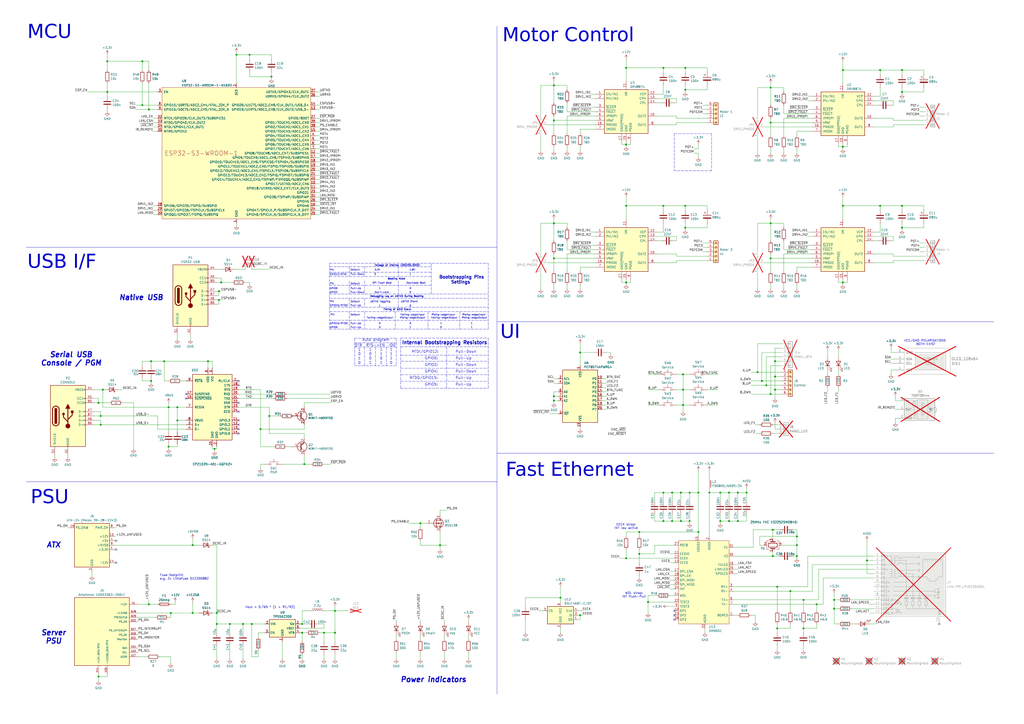
<source format=kicad_sch>
(kicad_sch (version 20231120) (generator "eeschema") (generator_version "8.0")
  (paper "A2")
  (title_block (date "2024-03-08") (rev "1"))
  (junction (at 321.31 129.54))
  (junction (at 140.97 361.95))
  (junction (at 99.06 355.6))
  (junction (at 397.51 52.07))
  (junction (at 397.51 119.38))
  (junction (at 336.55 356.87))
  (junction (at 175.26 367.03))
  (junction (at 321.31 232.41))
  (junction (at 447.04 149.86))
  (junction (at 447.04 228.6))
  (junction (at 363.22 163.83))
  (junction (at 87.63 220.98))
  (junction (at 448.31 307.34))
  (junction (at 375.92 349.25))
  (junction (at 194.31 367.03))
  (junction (at 384.81 119.38))
  (junction (at 58.42 241.3))
  (junction (at 488.95 85.09))
  (junction (at 124.46 260.35))
  (junction (at 58.42 246.38))
  (junction (at 127 168.91))
  (junction (at 95.25 209.55))
  (junction (at 86.36 63.5))
  (junction (at 86.36 350.52))
  (junction (at 473.71 350.52))
  (junction (at 363.22 39.37))
  (junction (at 59.69 226.06))
  (junction (at 389.89 285.75))
  (junction (at 396.24 234.95))
  (junction (at 458.47 342.9))
  (junction (at 394.97 302.26))
  (junction (at 523.24 40.64))
  (junction (at 483.87 353.06))
  (junction (at 405.13 285.75))
  (junction (at 488.95 40.64))
  (junction (at 125.73 355.6))
  (junction (at 57.15 233.68))
  (junction (at 194.31 354.33))
  (junction (at 405.13 308.61))
  (junction (at 82.55 60.96))
  (junction (at 133.35 361.95))
  (junction (at 447.04 50.8))
  (junction (at 400.05 285.75))
  (junction (at 176.53 269.24))
  (junction (at 417.83 302.26))
  (junction (at 488.95 119.38))
  (junction (at 144.78 31.75))
  (junction (at 151.13 248.92))
  (junction (at 127 173.99))
  (junction (at 102.87 236.22))
  (junction (at 462.28 316.23))
  (junction (at 321.31 49.53))
  (junction (at 321.31 69.85))
  (junction (at 57.15 392.43))
  (junction (at 125.73 361.95))
  (junction (at 449.58 218.44))
  (junction (at 396.24 226.06))
  (junction (at 441.96 220.98))
  (junction (at 396.24 217.17))
  (junction (at 128.27 163.83))
  (junction (at 523.24 119.38))
  (junction (at 384.81 302.26))
  (junction (at 111.76 316.23))
  (junction (at 363.22 323.85))
  (junction (at 400.05 302.26))
  (junction (at 370.84 308.61))
  (junction (at 325.12 346.71))
  (junction (at 417.83 285.75))
  (junction (at 466.09 347.98))
  (junction (at 439.42 215.9))
  (junction (at 62.23 53.34))
  (junction (at 137.16 31.75))
  (junction (at 370.84 321.31))
  (junction (at 156.21 241.3))
  (junction (at 255.27 316.23))
  (junction (at 488.95 163.83))
  (junction (at 422.91 302.26))
  (junction (at 321.31 229.87))
  (junction (at 146.05 361.95))
  (junction (at 462.28 311.15))
  (junction (at 422.91 285.75))
  (junction (at 102.87 243.84))
  (junction (at 427.99 285.75))
  (junction (at 449.58 226.06))
  (junction (at 523.24 53.34))
  (junction (at 411.48 285.75))
  (junction (at 523.24 132.08))
  (junction (at 397.51 132.08))
  (junction (at 462.28 322.58))
  (junction (at 427.99 302.26))
  (junction (at 450.85 364.49))
  (junction (at 363.22 119.38))
  (junction (at 175.26 361.95))
  (junction (at 321.31 149.86))
  (junction (at 111.76 355.6))
  (junction (at 62.23 35.56))
  (junction (at 82.55 35.56))
  (junction (at 187.96 367.03))
  (junction (at 397.51 39.37))
  (junction (at 384.81 39.37))
  (junction (at 394.97 285.75))
  (junction (at 466.09 364.49))
  (junction (at 433.07 285.75))
  (junction (at 384.81 285.75))
  (junction (at 97.79 259.08))
  (junction (at 502.92 325.12))
  (junction (at 447.04 71.12))
  (junction (at 243.84 303.53))
  (junction (at 444.5 223.52))
  (junction (at 449.58 209.55))
  (junction (at 483.87 347.98))
  (junction (at 157.48 44.45))
  (junction (at 510.54 119.38))
  (junction (at 447.04 129.54))
  (junction (at 336.55 204.47))
  (junction (at 389.89 302.26))
  (junction (at 87.63 209.55))
  (junction (at 510.54 40.64))
  (junction (at 120.65 209.55))
  (junction (at 450.85 340.36))
  (junction (at 363.22 83.82))
  (junction (at 97.79 236.22))
  (junction (at 448.31 322.58))
  (no_connect (at 67.31 318.77))
  (no_connect (at 107.95 231.14))
  (no_connect (at 138.43 251.46))
  (no_connect (at 138.43 220.98))
  (no_connect (at 391.16 354.33))
  (no_connect (at 138.43 246.38))
  (no_connect (at 138.43 248.92))
  (no_connect (at 544.83 361.95))
  (no_connect (at 391.16 356.87))
  (no_connect (at 67.31 313.69))
  (no_connect (at 67.31 326.39))
  (no_connect (at 138.43 233.68))
  (no_connect (at 391.16 359.41))
  (no_connect (at 138.43 223.52))
  (no_connect (at 138.43 243.84))
  (no_connect (at 107.95 228.6))
  (no_connect (at 138.43 238.76))
  (wire (pts (xy 313.69 49.53) (xy 321.31 49.53)))
  (wire (pts (xy 462.28 316.23) (xy 462.28 311.15)))
  (wire (pts (xy 328.93 64.77) (xy 345.44 64.77)))
  (wire (pts (xy 375.92 349.25) (xy 375.92 355.6)))
  (wire (pts (xy 382.27 234.95) (xy 375.92 234.95)))
  (wire (pts (xy 182.88 91.44) (xy 185.42 91.44)))
  (wire (pts (xy 185.42 81.28) (xy 182.88 81.28)))
  (wire (pts (xy 97.79 250.19) (xy 97.79 236.22)))
  (wire (pts (xy 535.94 40.64) (xy 535.94 43.18)))
  (wire (pts (xy 182.88 116.84) (xy 185.42 116.84)))
  (wire (pts (xy 535.94 119.38) (xy 535.94 121.92)))
  (wire (pts (xy 336.55 204.47) (xy 336.55 212.09)))
  (wire (pts (xy 523.24 132.08) (xy 523.24 133.35)))
  (wire (pts (xy 182.88 99.06) (xy 185.42 99.06)))
  (wire (pts (xy 381 57.15) (xy 392.43 57.15)))
  (wire (pts (xy 54.61 246.38) (xy 58.42 246.38)))
  (polyline (pts (xy 211.455 173.101) (xy 211.455 178.181)) (stroke (width 0) (type dash)))
  (wire (pts (xy 363.22 163.83) (xy 363.22 165.1)))
  (wire (pts (xy 54.61 243.84) (xy 58.42 243.84)))
  (wire (pts (xy 480.06 214.63) (xy 480.06 217.17)))
  (wire (pts (xy 321.31 219.71) (xy 323.85 219.71)))
  (wire (pts (xy 462.28 322.58) (xy 462.28 316.23)))
  (wire (pts (xy 342.9 62.23) (xy 345.44 62.23)))
  (wire (pts (xy 321.31 227.33) (xy 323.85 227.33)))
  (wire (pts (xy 144.78 163.83) (xy 144.78 165.1)))
  (wire (pts (xy 313.69 158.75) (xy 313.69 167.64)))
  (wire (pts (xy 336.55 204.47) (xy 344.17 204.47)))
  (wire (pts (xy 396.24 234.95) (xy 396.24 238.76)))
  (wire (pts (xy 62.23 48.26) (xy 62.23 53.34)))
  (wire (pts (xy 384.81 121.92) (xy 384.81 119.38)))
  (polyline (pts (xy 211.455 162.941) (xy 211.455 170.561)) (stroke (width 0) (type dash)))
  (wire (pts (xy 351.79 219.71) (xy 349.25 219.71)))
  (polyline (pts (xy 191.135 178.181) (xy 283.21 178.181)) (stroke (width 0) (type dash)))
  (wire (pts (xy 115.57 316.23) (xy 111.76 316.23)))
  (wire (pts (xy 125.73 161.29) (xy 128.27 161.29)))
  (wire (pts (xy 488.95 162.56) (xy 488.95 163.83)))
  (wire (pts (xy 405.13 83.82) (xy 405.13 86.36)))
  (wire (pts (xy 166.37 231.14) (xy 191.77 231.14)))
  (wire (pts (xy 370.84 321.31) (xy 370.84 326.39)))
  (wire (pts (xy 187.96 354.33) (xy 194.31 354.33)))
  (wire (pts (xy 66.04 316.23) (xy 111.76 316.23)))
  (wire (pts (xy 381 139.7) (xy 383.54 139.7)))
  (wire (pts (xy 156.21 251.46) (xy 156.21 241.3)))
  (wire (pts (xy 86.36 35.56) (xy 86.36 40.64)))
  (wire (pts (xy 462.28 311.15) (xy 462.28 307.34)))
  (wire (pts (xy 78.74 63.5) (xy 86.36 63.5)))
  (wire (pts (xy 448.31 320.04) (xy 448.31 322.58)))
  (wire (pts (xy 62.23 53.34) (xy 91.44 53.34)))
  (wire (pts (xy 396.24 234.95) (xy 400.05 234.95)))
  (wire (pts (xy 471.17 327.66) (xy 506.73 327.66)))
  (wire (pts (xy 422.91 298.45) (xy 422.91 302.26)))
  (wire (pts (xy 396.24 217.17) (xy 400.05 217.17)))
  (wire (pts (xy 459.74 322.58) (xy 462.28 322.58)))
  (wire (pts (xy 389.89 285.75) (xy 389.89 290.83)))
  (wire (pts (xy 176.53 251.46) (xy 156.21 251.46)))
  (wire (pts (xy 328.93 147.32) (xy 328.93 157.48)))
  (wire (pts (xy 392.43 59.69) (xy 391.16 59.69)))
  (wire (pts (xy 149.86 369.57) (xy 149.86 367.03)))
  (wire (pts (xy 59.69 236.22) (xy 59.69 226.06)))
  (wire (pts (xy 125.73 355.6) (xy 125.73 361.95)))
  (wire (pts (xy 156.21 241.3) (xy 162.56 241.3)))
  (wire (pts (xy 54.61 241.3) (xy 58.42 241.3)))
  (wire (pts (xy 255.27 318.77) (xy 255.27 316.23)))
  (polyline (pts (xy 224.155 201.295) (xy 224.155 212.09)) (stroke (width 0) (type dash)))
  (wire (pts (xy 506.73 137.16) (xy 518.16 137.16)))
  (polyline (pts (xy 266.7 180.721) (xy 266.7 190.881)) (stroke (width 0) (type dash)))
  (wire (pts (xy 533.4 64.77) (xy 535.94 64.77)))
  (wire (pts (xy 321.31 165.1) (xy 321.31 167.64)))
  (wire (pts (xy 313.69 146.05) (xy 313.69 129.54)))
  (wire (pts (xy 133.35 361.95) (xy 140.97 361.95)))
  (wire (pts (xy 486.41 163.83) (xy 488.95 163.83)))
  (wire (pts (xy 519.43 232.41) (xy 521.97 232.41)))
  (wire (pts (xy 410.21 119.38) (xy 410.21 121.92)))
  (wire (pts (xy 443.23 73.66) (xy 471.17 73.66)))
  (wire (pts (xy 182.88 124.46) (xy 185.42 124.46)))
  (wire (pts (xy 486.41 347.98) (xy 483.87 347.98)))
  (wire (pts (xy 394.97 285.75) (xy 389.89 285.75)))
  (wire (pts (xy 50.8 53.34) (xy 62.23 53.34)))
  (wire (pts (xy 454.66 60.96) (xy 454.66 66.04)))
  (wire (pts (xy 447.04 149.86) (xy 471.17 149.86)))
  (wire (pts (xy 54.61 231.14) (xy 57.15 231.14)))
  (wire (pts (xy 439.42 146.05) (xy 439.42 129.54)))
  (wire (pts (xy 510.54 121.92) (xy 510.54 119.38)))
  (wire (pts (xy 384.81 49.53) (xy 384.81 54.61)))
  (wire (pts (xy 166.37 259.08) (xy 168.91 259.08)))
  (wire (pts (xy 57.15 231.14) (xy 57.15 233.68)))
  (wire (pts (xy 516.89 214.63) (xy 516.89 217.17)))
  (wire (pts (xy 77.47 233.68) (xy 77.47 260.35)))
  (wire (pts (xy 87.63 212.09) (xy 87.63 209.55)))
  (wire (pts (xy 328.93 52.07) (xy 328.93 49.53)))
  (wire (pts (xy 439.42 158.75) (xy 439.42 167.64)))
  (wire (pts (xy 62.23 31.75) (xy 62.23 35.56)))
  (wire (pts (xy 149.86 367.03) (xy 153.67 367.03)))
  (wire (pts (xy 410.21 52.07) (xy 410.21 49.53)))
  (wire (pts (xy 321.31 46.99) (xy 321.31 49.53)))
  (wire (pts (xy 120.65 213.36) (xy 120.65 209.55)))
  (wire (pts (xy 392.43 71.12) (xy 410.21 71.12)))
  (wire (pts (xy 111.76 355.6) (xy 115.57 355.6)))
  (wire (pts (xy 392.43 147.32) (xy 381 147.32)))
  (wire (pts (xy 516.89 204.47) (xy 519.43 204.47)))
  (wire (pts (xy 255.27 298.45) (xy 255.27 295.91)))
  (polyline (pts (xy 283.21 196.088) (xy 283.21 225.298)) (stroke (width 0) (type dash)))
  (wire (pts (xy 427.99 302.26) (xy 433.07 302.26)))
  (polyline (pts (xy 288.29 186.69) (xy 576.58 186.69)))
  (wire (pts (xy 313.69 78.74) (xy 313.69 87.63)))
  (wire (pts (xy 494.03 361.95) (xy 496.57 361.95)))
  (wire (pts (xy 82.55 48.26) (xy 82.55 60.96)))
  (wire (pts (xy 59.69 236.22) (xy 97.79 236.22)))
  (wire (pts (xy 440.69 311.15) (xy 462.28 311.15)))
  (wire (pts (xy 422.91 302.26) (xy 427.99 302.26)))
  (wire (pts (xy 488.95 163.83) (xy 491.49 163.83)))
  (wire (pts (xy 125.73 176.53) (xy 127 176.53)))
  (wire (pts (xy 176.53 248.92) (xy 151.13 248.92)))
  (wire (pts (xy 427.99 298.45) (xy 427.99 302.26)))
  (wire (pts (xy 146.05 156.21) (xy 156.21 156.21)))
  (wire (pts (xy 82.55 60.96) (xy 91.44 60.96)))
  (wire (pts (xy 370.84 308.61) (xy 405.13 308.61)))
  (wire (pts (xy 468.63 58.42) (xy 471.17 58.42)))
  (wire (pts (xy 518.16 151.13) (xy 518.16 152.4)))
  (wire (pts (xy 519.43 229.87) (xy 519.43 232.41)))
  (wire (pts (xy 62.23 35.56) (xy 82.55 35.56)))
  (wire (pts (xy 82.55 219.71) (xy 82.55 220.98)))
  (wire (pts (xy 175.26 354.33) (xy 175.26 361.95)))
  (wire (pts (xy 468.63 340.36) (xy 450.85 340.36)))
  (wire (pts (xy 128.27 168.91) (xy 127 168.91)))
  (wire (pts (xy 105.41 220.98) (xy 107.95 220.98)))
  (wire (pts (xy 486.41 203.2) (xy 486.41 207.01)))
  (wire (pts (xy 382.27 217.17) (xy 375.92 217.17)))
  (wire (pts (xy 318.77 240.03) (xy 323.85 240.03)))
  (wire (pts (xy 102.87 250.19) (xy 102.87 243.84)))
  (wire (pts (xy 345.44 67.31) (xy 328.93 67.31)))
  (polyline (pts (xy 229.87 196.215) (xy 229.87 212.09)) (stroke (width 0) (type dash)))
  (wire (pts (xy 486.41 162.56) (xy 486.41 163.83)))
  (wire (pts (xy 518.16 58.42) (xy 518.16 60.96)))
  (wire (pts (xy 454.66 68.58) (xy 454.66 78.74)))
  (wire (pts (xy 68.58 226.06) (xy 71.12 226.06)))
  (wire (pts (xy 448.31 251.46) (xy 450.85 251.46)))
  (wire (pts (xy 321.31 232.41) (xy 321.31 233.68)))
  (wire (pts (xy 435.61 228.6) (xy 447.04 228.6)))
  (polyline (pts (xy 231.14 154.686) (xy 231.14 160.401)) (stroke (width 0) (type dash)))
  (wire (pts (xy 321.31 129.54) (xy 321.31 139.7)))
  (wire (pts (xy 124.46 260.35) (xy 124.46 261.62)))
  (wire (pts (xy 185.42 86.36) (xy 182.88 86.36)))
  (wire (pts (xy 433.07 283.21) (xy 433.07 285.75)))
  (wire (pts (xy 182.88 101.6) (xy 185.42 101.6)))
  (wire (pts (xy 471.17 68.58) (xy 454.66 68.58)))
  (wire (pts (xy 389.89 298.45) (xy 389.89 302.26)))
  (wire (pts (xy 473.71 350.52) (xy 477.52 350.52)))
  (wire (pts (xy 502.92 332.74) (xy 502.92 325.12)))
  (wire (pts (xy 182.88 119.38) (xy 185.42 119.38)))
  (wire (pts (xy 396.24 234.95) (xy 392.43 234.95)))
  (wire (pts (xy 328.93 67.31) (xy 328.93 77.47)))
  (wire (pts (xy 506.73 347.98) (xy 494.03 347.98)))
  (wire (pts (xy 58.42 246.38) (xy 107.95 246.38)))
  (wire (pts (xy 328.93 49.53) (xy 321.31 49.53)))
  (wire (pts (xy 257.81 359.41) (xy 257.81 360.68)))
  (wire (pts (xy 384.81 298.45) (xy 384.81 302.26)))
  (wire (pts (xy 447.04 149.86) (xy 447.04 157.48)))
  (wire (pts (xy 101.6 349.25) (xy 101.6 350.52)))
  (polyline (pts (xy 412.75 99.06) (xy 391.16 99.06)) (stroke (width 0) (type dash)))
  (wire (pts (xy 321.31 49.53) (xy 321.31 59.69)))
  (wire (pts (xy 458.47 364.49) (xy 458.47 361.95)))
  (wire (pts (xy 397.51 39.37) (xy 410.21 39.37)))
  (wire (pts (xy 392.43 67.31) (xy 381 67.31)))
  (wire (pts (xy 392.43 139.7) (xy 391.16 139.7)))
  (wire (pts (xy 88.9 73.66) (xy 91.44 73.66)))
  (wire (pts (xy 107.95 248.92) (xy 91.44 248.92)))
  (wire (pts (xy 58.42 243.84) (xy 58.42 246.38)))
  (wire (pts (xy 125.73 367.03) (xy 125.73 361.95)))
  (wire (pts (xy 427.99 330.2) (xy 425.45 330.2)))
  (wire (pts (xy 173.99 364.49) (xy 187.96 364.49)))
  (wire (pts (xy 483.87 353.06) (xy 483.87 347.98)))
  (wire (pts (xy 128.27 161.29) (xy 128.27 163.83)))
  (wire (pts (xy 400.05 302.26) (xy 400.05 303.53)))
  (wire (pts (xy 523.24 119.38) (xy 535.94 119.38)))
  (wire (pts (xy 363.22 163.83) (xy 365.76 163.83)))
  (wire (pts (xy 388.62 339.09) (xy 391.16 339.09)))
  (wire (pts (xy 474.98 330.2) (xy 474.98 347.98)))
  (wire (pts (xy 519.43 237.49) (xy 521.97 237.49)))
  (wire (pts (xy 439.42 199.39) (xy 439.42 215.9)))
  (wire (pts (xy 523.24 53.34) (xy 523.24 54.61)))
  (wire (pts (xy 473.71 350.52) (xy 473.71 354.33)))
  (polyline (pts (xy 412.75 77.47) (xy 412.75 99.06)) (stroke (width 0) (type dash)))
  (wire (pts (xy 67.31 313.69) (xy 66.04 313.69)))
  (wire (pts (xy 337.82 356.87) (xy 336.55 356.87)))
  (wire (pts (xy 447.04 86.36) (xy 447.04 88.9)))
  (wire (pts (xy 410.21 226.06) (xy 416.56 226.06)))
  (wire (pts (xy 405.13 308.61) (xy 405.13 285.75)))
  (wire (pts (xy 175.26 367.03) (xy 175.26 372.11)))
  (wire (pts (xy 466.09 361.95) (xy 466.09 364.49)))
  (wire (pts (xy 185.42 78.74) (xy 182.88 78.74)))
  (polyline (pts (xy 232.41 213.614) (xy 283.21 213.614)) (stroke (width 0) (type dash)))
  (wire (pts (xy 411.48 273.05) (xy 411.48 278.13)))
  (wire (pts (xy 336.55 247.65) (xy 336.55 248.92)))
  (wire (pts (xy 342.9 142.24) (xy 345.44 142.24)))
  (wire (pts (xy 86.36 350.52) (xy 91.44 350.52)))
  (wire (pts (xy 471.17 342.9) (xy 471.17 327.66)))
  (wire (pts (xy 405.13 88.9) (xy 405.13 91.44)))
  (polyline (pts (xy 248.285 180.721) (xy 248.285 190.881)) (stroke (width 0) (type dash)))
  (wire (pts (xy 407.67 66.04) (xy 410.21 66.04)))
  (wire (pts (xy 453.39 209.55) (xy 449.58 209.55)))
  (wire (pts (xy 450.85 374.65) (xy 450.85 377.19)))
  (wire (pts (xy 384.81 54.61) (xy 381 54.61)))
  (wire (pts (xy 325.12 367.03) (xy 325.12 364.49)))
  (wire (pts (xy 157.48 44.45) (xy 157.48 41.91)))
  (wire (pts (xy 400.05 298.45) (xy 400.05 302.26)))
  (wire (pts (xy 57.15 233.68) (xy 54.61 233.68)))
  (wire (pts (xy 381 72.39) (xy 392.43 72.39)))
  (wire (pts (xy 133.35 374.65) (xy 133.35 382.27)))
  (wire (pts (xy 516.89 208.28) (xy 519.43 208.28)))
  (wire (pts (xy 394.97 285.75) (xy 394.97 290.83)))
  (wire (pts (xy 453.39 316.23) (xy 462.28 316.23)))
  (wire (pts (xy 506.73 322.58) (xy 468.63 322.58)))
  (wire (pts (xy 127 173.99) (xy 125.73 173.99)))
  (wire (pts (xy 448.31 307.34) (xy 448.31 312.42)))
  (wire (pts (xy 102.87 194.31) (xy 102.87 196.85)))
  (wire (pts (xy 182.88 96.52) (xy 185.42 96.52)))
  (wire (pts (xy 354.33 204.47) (xy 354.33 205.74)))
  (wire (pts (xy 342.9 137.16) (xy 345.44 137.16)))
  (wire (pts (xy 510.54 50.8) (xy 510.54 55.88)))
  (polyline (pts (xy 231.14 178.181) (xy 231.14 173.101)) (stroke (width 0) (type dash)))
  (wire (pts (xy 410.21 217.17) (xy 416.56 217.17)))
  (wire (pts (xy 504.19 361.95) (xy 508 361.95)))
  (wire (pts (xy 127 171.45) (xy 127 168.91)))
  (wire (pts (xy 182.88 53.34) (xy 185.42 53.34)))
  (polyline (pts (xy 191.135 152.781) (xy 283.21 152.781)) (stroke (width 0) (type dash)))
  (wire (pts (xy 80.01 350.52) (xy 86.36 350.52)))
  (wire (pts (xy 510.54 134.62) (xy 506.73 134.62)))
  (wire (pts (xy 425.45 342.9) (xy 458.47 342.9)))
  (wire (pts (xy 111.76 349.25) (xy 111.76 355.6)))
  (wire (pts (xy 473.71 364.49) (xy 473.71 361.95)))
  (wire (pts (xy 95.25 209.55) (xy 95.25 220.98)))
  (polyline (pts (xy 191.135 170.561) (xy 283.21 170.561)) (stroke (width 0) (type dash)))
  (wire (pts (xy 243.84 313.69) (xy 243.84 316.23)))
  (wire (pts (xy 99.06 350.52) (xy 101.6 350.52)))
  (wire (pts (xy 128.27 173.99) (xy 127 173.99)))
  (wire (pts (xy 336.55 74.93) (xy 336.55 77.47)))
  (wire (pts (xy 67.31 318.77) (xy 66.04 318.77)))
  (wire (pts (xy 449.58 226.06) (xy 449.58 231.14)))
  (wire (pts (xy 397.51 129.54) (xy 397.51 132.08)))
  (wire (pts (xy 535.94 53.34) (xy 535.94 50.8)))
  (wire (pts (xy 454.66 165.1) (xy 454.66 167.64)))
  (wire (pts (xy 255.27 316.23) (xy 259.08 316.23)))
  (wire (pts (xy 387.35 351.79) (xy 391.16 351.79)))
  (wire (pts (xy 486.41 353.06) (xy 483.87 353.06)))
  (wire (pts (xy 144.78 31.75) (xy 137.16 31.75)))
  (wire (pts (xy 453.39 199.39) (xy 439.42 199.39)))
  (wire (pts (xy 435.61 223.52) (xy 444.5 223.52)))
  (wire (pts (xy 87.63 220.98) (xy 87.63 222.25)))
  (wire (pts (xy 411.48 285.75) (xy 417.83 285.75)))
  (wire (pts (xy 123.19 259.08) (xy 123.19 260.35)))
  (wire (pts (xy 123.19 316.23) (xy 125.73 316.23)))
  (polyline (pts (xy 191.135 160.401) (xy 250.19 160.401)) (stroke (width 0) (type dash)))
  (wire (pts (xy 533.4 67.31) (xy 535.94 67.31)))
  (wire (pts (xy 321.31 227.33) (xy 321.31 229.87)))
  (wire (pts (xy 321.31 67.31) (xy 321.31 69.85)))
  (polyline (pts (xy 211.455 180.721) (xy 211.455 190.881)) (stroke (width 0) (type dash)))
  (wire (pts (xy 506.73 353.06) (xy 494.03 353.06)))
  (wire (pts (xy 458.47 342.9) (xy 458.47 354.33)))
  (wire (pts (xy 427.99 332.74) (xy 425.45 332.74)))
  (wire (pts (xy 321.31 147.32) (xy 321.31 149.86)))
  (wire (pts (xy 510.54 40.64) (xy 488.95 40.64)))
  (wire (pts (xy 229.87 378.46) (xy 229.87 382.27)))
  (wire (pts (xy 88.9 76.2) (xy 91.44 76.2)))
  (wire (pts (xy 447.04 71.12) (xy 447.04 78.74)))
  (wire (pts (xy 57.15 392.43) (xy 62.23 392.43)))
  (wire (pts (xy 229.87 368.3) (xy 229.87 370.84)))
  (wire (pts (xy 438.15 356.87) (xy 438.15 360.68)))
  (wire (pts (xy 363.22 83.82) (xy 365.76 83.82)))
  (wire (pts (xy 488.95 85.09) (xy 491.49 85.09)))
  (wire (pts (xy 410.21 148.59) (xy 392.43 148.59)))
  (wire (pts (xy 488.95 163.83) (xy 488.95 165.1)))
  (wire (pts (xy 365.76 83.82) (xy 365.76 82.55)))
  (wire (pts (xy 504.19 350.52) (xy 506.73 350.52)))
  (polyline (pts (xy 283.21 190.881) (xy 283.21 152.781)) (stroke (width 0) (type dash)))
  (wire (pts (xy 123.19 355.6) (xy 125.73 355.6)))
  (wire (pts (xy 102.87 243.84) (xy 102.87 236.22)))
  (wire (pts (xy 427.99 285.75) (xy 433.07 285.75)))
  (wire (pts (xy 187.96 367.03) (xy 194.31 367.03)))
  (wire (pts (xy 454.66 129.54) (xy 447.04 129.54)))
  (wire (pts (xy 516.89 201.93) (xy 516.89 204.47)))
  (wire (pts (xy 176.53 254) (xy 176.53 251.46)))
  (wire (pts (xy 187.96 361.95) (xy 185.42 361.95)))
  (polyline (pts (xy 211.455 154.686) (xy 211.455 160.401)) (stroke (width 0) (type dash)))
  (wire (pts (xy 453.39 218.44) (xy 449.58 218.44)))
  (wire (pts (xy 351.79 224.79) (xy 349.25 224.79)))
  (wire (pts (xy 175.26 379.73) (xy 175.26 382.27)))
  (wire (pts (xy 102.87 236.22) (xy 107.95 236.22)))
  (wire (pts (xy 379.73 285.75) (xy 379.73 290.83)))
  (wire (pts (xy 466.09 347.98) (xy 474.98 347.98)))
  (wire (pts (xy 194.31 354.33) (xy 194.31 367.03)))
  (wire (pts (xy 454.66 132.08) (xy 454.66 129.54)))
  (wire (pts (xy 144.78 41.91) (xy 144.78 44.45)))
  (wire (pts (xy 92.71 381) (xy 99.06 381)))
  (wire (pts (xy 97.79 259.08) (xy 97.79 260.35)))
  (wire (pts (xy 187.96 379.73) (xy 187.96 382.27)))
  (wire (pts (xy 388.62 326.39) (xy 391.16 326.39)))
  (wire (pts (xy 182.88 121.92) (xy 185.42 121.92)))
  (wire (pts (xy 365.76 163.83) (xy 365.76 162.56)))
  (wire (pts (xy 391.16 349.25) (xy 375.92 349.25)))
  (wire (pts (xy 440.69 316.23) (xy 443.23 316.23)))
  (wire (pts (xy 80.01 381) (xy 85.09 381)))
  (wire (pts (xy 407.67 63.5) (xy 410.21 63.5)))
  (wire (pts (xy 417.83 302.26) (xy 422.91 302.26)))
  (polyline (pts (xy 202.565 173.101) (xy 202.565 178.181)) (stroke (width 0) (type dash)))
  (wire (pts (xy 54.61 226.06) (xy 59.69 226.06)))
  (wire (pts (xy 156.21 236.22) (xy 156.21 241.3)))
  (wire (pts (xy 468.63 322.58) (xy 468.63 340.36)))
  (wire (pts (xy 454.66 53.34) (xy 454.66 50.8)))
  (wire (pts (xy 321.31 229.87) (xy 321.31 232.41)))
  (polyline (pts (xy 391.16 77.47) (xy 391.16 99.06)) (stroke (width 0) (type dash)))
  (wire (pts (xy 447.04 48.26) (xy 447.04 50.8)))
  (wire (pts (xy 468.63 142.24) (xy 471.17 142.24)))
  (wire (pts (xy 392.43 226.06) (xy 396.24 226.06)))
  (wire (pts (xy 125.73 316.23) (xy 125.73 355.6)))
  (wire (pts (xy 454.66 66.04) (xy 471.17 66.04)))
  (wire (pts (xy 58.42 241.3) (xy 91.44 241.3)))
  (wire (pts (xy 321.31 69.85) (xy 321.31 77.47)))
  (polyline (pts (xy 288.29 279.4) (xy 288.29 402.59)))
  (wire (pts (xy 468.63 137.16) (xy 471.17 137.16)))
  (wire (pts (xy 388.62 334.01) (xy 391.16 334.01)))
  (wire (pts (xy 453.39 204.47) (xy 441.96 204.47)))
  (wire (pts (xy 410.21 132.08) (xy 410.21 129.54)))
  (wire (pts (xy 462.28 154.94) (xy 462.28 157.48)))
  (wire (pts (xy 97.79 358.14) (xy 99.06 358.14)))
  (wire (pts (xy 325.12 346.71) (xy 304.8 346.71)))
  (wire (pts (xy 351.79 234.95) (xy 349.25 234.95)))
  (wire (pts (xy 449.58 201.93) (xy 449.58 209.55)))
  (wire (pts (xy 194.31 367.03) (xy 194.31 372.11)))
  (wire (pts (xy 411.48 311.15) (xy 411.48 285.75)))
  (wire (pts (xy 462.28 86.36) (xy 462.28 88.9)))
  (wire (pts (xy 488.95 114.3) (xy 488.95 119.38)))
  (wire (pts (xy 176.53 233.68) (xy 191.77 233.68)))
  (wire (pts (xy 477.52 335.28) (xy 506.73 335.28)))
  (wire (pts (xy 447.04 129.54) (xy 447.04 139.7)))
  (wire (pts (xy 99.06 381) (xy 99.06 384.81)))
  (wire (pts (xy 360.68 162.56) (xy 360.68 163.83)))
  (wire (pts (xy 510.54 129.54) (xy 510.54 134.62)))
  (wire (pts (xy 237.49 303.53) (xy 243.84 303.53)))
  (wire (pts (xy 533.4 62.23) (xy 535.94 62.23)))
  (wire (pts (xy 449.58 245.11) (xy 449.58 248.92)))
  (wire (pts (xy 516.89 214.63) (xy 519.43 214.63)))
  (wire (pts (xy 518.16 137.16) (xy 518.16 139.7)))
  (wire (pts (xy 182.88 109.22) (xy 185.42 109.22)))
  (wire (pts (xy 125.73 260.35) (xy 125.73 259.08)))
  (wire (pts (xy 436.88 317.5) (xy 425.45 317.5)))
  (wire (pts (xy 488.95 85.09) (xy 488.95 86.36)))
  (wire (pts (xy 397.51 49.53) (xy 397.51 52.07)))
  (wire (pts (xy 488.95 83.82) (xy 488.95 85.09)))
  (polyline (pts (xy 211.455 201.295) (xy 211.455 212.09)) (stroke (width 0) (type dash)))
  (wire (pts (xy 422.91 285.75) (xy 422.91 290.83)))
  (wire (pts (xy 325.12 346.71) (xy 325.12 349.25)))
  (wire (pts (xy 454.66 144.78) (xy 471.17 144.78)))
  (polyline (pts (xy 232.41 196.088) (xy 283.21 196.088)) (stroke (width 0) (type dash)))
  (wire (pts (xy 312.42 354.33) (xy 314.96 354.33)))
  (wire (pts (xy 435.61 215.9) (xy 439.42 215.9)))
  (wire (pts (xy 450.85 361.95) (xy 450.85 364.49)))
  (wire (pts (xy 151.13 269.24) (xy 151.13 271.78)))
  (polyline (pts (xy 191.135 165.481) (xy 250.19 165.481)) (stroke (width 0) (type dash)))
  (wire (pts (xy 384.81 285.75) (xy 379.73 285.75)))
  (wire (pts (xy 523.24 119.38) (xy 523.24 121.92)))
  (wire (pts (xy 123.19 213.36) (xy 123.19 209.55)))
  (wire (pts (xy 88.9 124.46) (xy 91.44 124.46)))
  (wire (pts (xy 389.89 285.75) (xy 384.81 285.75)))
  (wire (pts (xy 175.26 367.03) (xy 177.8 367.03)))
  (wire (pts (xy 488.95 40.64) (xy 488.95 48.26)))
  (wire (pts (xy 182.88 114.3) (xy 185.42 114.3)))
  (wire (pts (xy 97.79 236.22) (xy 102.87 236.22)))
  (wire (pts (xy 97.79 257.81) (xy 97.79 259.08)))
  (wire (pts (xy 271.78 378.46) (xy 271.78 382.27)))
  (wire (pts (xy 62.23 392.43) (xy 62.23 391.16)))
  (wire (pts (xy 468.63 134.62) (xy 471.17 134.62)))
  (wire (pts (xy 483.87 353.06) (xy 483.87 361.95)))
  (wire (pts (xy 392.43 148.59) (xy 392.43 147.32)))
  (wire (pts (xy 519.43 242.57) (xy 521.97 242.57)))
  (wire (pts (xy 397.51 39.37) (xy 397.51 41.91)))
  (wire (pts (xy 384.81 119.38) (xy 363.22 119.38)))
  (wire (pts (xy 396.24 226.06) (xy 396.24 234.95)))
  (wire (pts (xy 345.44 74.93) (xy 336.55 74.93)))
  (wire (pts (xy 411.48 283.21) (xy 411.48 285.75)))
  (wire (pts (xy 257.81 378.46) (xy 257.81 382.27)))
  (wire (pts (xy 54.61 238.76) (xy 58.42 238.76)))
  (wire (pts (xy 123.19 209.55) (xy 120.65 209.55)))
  (wire (pts (xy 138.43 228.6) (xy 158.75 228.6)))
  (wire (pts (xy 388.62 345.44) (xy 391.16 345.44)))
  (wire (pts (xy 384.81 41.91) (xy 384.81 39.37)))
  (wire (pts (xy 304.8 359.41) (xy 304.8 367.03)))
  (polyline (pts (xy 232.664 217.424) (xy 283.21 217.424)) (stroke (width 0) (type dash)))
  (wire (pts (xy 351.79 232.41) (xy 349.25 232.41)))
  (wire (pts (xy 480.06 203.2) (xy 480.06 207.01)))
  (wire (pts (xy 447.04 212.09) (xy 453.39 212.09)))
  (wire (pts (xy 486.41 227.33) (xy 486.41 224.79)))
  (polyline (pts (xy 202.565 162.941) (xy 202.565 170.561)) (stroke (width 0) (type dash)))
  (wire (pts (xy 328.93 139.7) (xy 328.93 144.78)))
  (polyline (pts (xy 191.135 157.861) (xy 250.19 157.861)) (stroke (width 0) (type dash)))
  (wire (pts (xy 488.95 35.56) (xy 488.95 40.64)))
  (wire (pts (xy 127 168.91) (xy 125.73 168.91)))
  (wire (pts (xy 450.85 340.36) (xy 425.45 340.36)))
  (wire (pts (xy 243.84 303.53) (xy 247.65 303.53)))
  (wire (pts (xy 243.84 303.53) (xy 243.84 306.07)))
  (polyline (pts (xy 202.565 180.721) (xy 202.565 190.881)) (stroke (width 0) (type dash)))
  (wire (pts (xy 394.97 302.26) (xy 389.89 302.26)))
  (wire (pts (xy 363.22 318.77) (xy 363.22 323.85)))
  (wire (pts (xy 506.73 332.74) (xy 502.92 332.74)))
  (wire (pts (xy 82.55 220.98) (xy 87.63 220.98)))
  (wire (pts (xy 95.25 220.98) (xy 97.79 220.98)))
  (wire (pts (xy 400.05 285.75) (xy 394.97 285.75)))
  (wire (pts (xy 381 59.69) (xy 383.54 59.69)))
  (wire (pts (xy 438.15 251.46) (xy 440.69 251.46)))
  (wire (pts (xy 506.73 152.4) (xy 518.16 152.4)))
  (wire (pts (xy 336.55 356.87) (xy 335.28 356.87)))
  (wire (pts (xy 321.31 127) (xy 321.31 129.54)))
  (wire (pts (xy 187.96 364.49) (xy 187.96 361.95)))
  (wire (pts (xy 417.83 302.26) (xy 417.83 303.53)))
  (wire (pts (xy 439.42 50.8) (xy 447.04 50.8)))
  (wire (pts (xy 370.84 308.61) (xy 370.84 311.15)))
  (wire (pts (xy 125.73 156.21) (xy 128.27 156.21)))
  (polyline (pts (xy 288.29 262.89) (xy 576.58 262.89)))
  (wire (pts (xy 468.63 55.88) (xy 471.17 55.88)))
  (wire (pts (xy 142.24 163.83) (xy 144.78 163.83)))
  (wire (pts (xy 506.73 139.7) (xy 509.27 139.7)))
  (wire (pts (xy 439.42 215.9) (xy 453.39 215.9)))
  (wire (pts (xy 462.28 76.2) (xy 462.28 78.74)))
  (wire (pts (xy 271.78 368.3) (xy 271.78 370.84)))
  (wire (pts (xy 471.17 76.2) (xy 462.28 76.2)))
  (wire (pts (xy 454.66 86.36) (xy 454.66 88.9)))
  (polyline (pts (xy 391.16 77.47) (xy 412.75 77.47)) (stroke (width 0) (type dash)))
  (wire (pts (xy 447.04 165.1) (xy 447.04 167.64)))
  (wire (pts (xy 124.46 260.35) (xy 125.73 260.35)))
  (wire (pts (xy 462.28 165.1) (xy 462.28 167.64)))
  (wire (pts (xy 182.88 93.98) (xy 185.42 93.98)))
  (wire (pts (xy 447.04 228.6) (xy 453.39 228.6)))
  (wire (pts (xy 149.86 381) (xy 146.05 381)))
  (wire (pts (xy 518.16 72.39) (xy 518.16 73.66)))
  (wire (pts (xy 466.09 364.49) (xy 466.09 367.03)))
  (wire (pts (xy 99.06 355.6) (xy 80.01 355.6)))
  (wire (pts (xy 255.27 295.91) (xy 259.08 295.91)))
  (wire (pts (xy 88.9 119.38) (xy 91.44 119.38)))
  (polyline (pts (xy 229.87 212.09) (xy 205.74 212.09)) (stroke (width 0) (type dash)))
  (wire (pts (xy 516.89 210.82) (xy 519.43 210.82)))
  (polyline (pts (xy 232.41 205.994) (xy 283.21 205.994)) (stroke (width 0) (type dash)))
  (polyline (pts (xy 191.135 173.101) (xy 283.21 173.101)) (stroke (width 0) (type dash)))
  (polyline (pts (xy 202.565 154.686) (xy 202.565 160.401)) (stroke (width 0) (type dash)))
  (polyline (pts (xy 191.135 152.781) (xy 191.135 190.881)) (stroke (width 0) (type dash)))
  (wire (pts (xy 392.43 217.17) (xy 396.24 217.17)))
  (wire (pts (xy 57.15 233.68) (xy 63.5 233.68)))
  (wire (pts (xy 127 176.53) (xy 127 173.99)))
  (polyline (pts (xy 205.74 198.755) (xy 229.87 198.755)) (stroke (width 0) (type dash)))
  (wire (pts (xy 138.43 231.14) (xy 158.75 231.14)))
  (wire (pts (xy 381 345.44) (xy 375.92 345.44)))
  (wire (pts (xy 392.43 68.58) (xy 392.43 67.31)))
  (wire (pts (xy 360.68 163.83) (xy 363.22 163.83)))
  (wire (pts (xy 88.9 121.92) (xy 91.44 121.92)))
  (wire (pts (xy 388.62 321.31) (xy 391.16 321.31)))
  (wire (pts (xy 370.84 318.77) (xy 370.84 321.31)))
  (wire (pts (xy 486.41 214.63) (xy 486.41 217.17)))
  (wire (pts (xy 447.04 127) (xy 447.04 129.54)))
  (wire (pts (xy 382.27 226.06) (xy 375.92 226.06)))
  (wire (pts (xy 392.43 71.12) (xy 392.43 72.39)))
  (wire (pts (xy 454.66 139.7) (xy 454.66 144.78)))
  (wire (pts (xy 533.4 146.05) (xy 535.94 146.05)))
  (wire (pts (xy 384.81 39.37) (xy 397.51 39.37)))
  (wire (pts (xy 151.13 259.08) (xy 158.75 259.08)))
  (wire (pts (xy 510.54 43.18) (xy 510.54 40.64)))
  (polyline (pts (xy 191.135 190.881) (xy 283.21 190.881)) (stroke (width 0) (type dash)))
  (wire (pts (xy 363.22 119.38) (xy 363.22 127)))
  (wire (pts (xy 392.43 151.13) (xy 410.21 151.13)))
  (wire (pts (xy 140.97 374.65) (xy 140.97 382.27)))
  (wire (pts (xy 53.34 331.47) (xy 53.34 334.01)))
  (polyline (pts (xy 250.19 170.561) (xy 250.19 152.781)) (stroke (width 0) (type dash)))
  (wire (pts (xy 71.12 233.68) (xy 77.47 233.68)))
  (wire (pts (xy 163.83 269.24) (xy 176.53 269.24)))
  (wire (pts (xy 425.45 350.52) (xy 473.71 350.52)))
  (wire (pts (xy 438.15 246.38) (xy 440.69 246.38)))
  (wire (pts (xy 82.55 209.55) (xy 87.63 209.55)))
  (wire (pts (xy 410.21 234.95) (xy 416.56 234.95)))
  (wire (pts (xy 137.16 129.54) (xy 137.16 130.81)))
  (wire (pts (xy 336.55 199.39) (xy 336.55 204.47)))
  (wire (pts (xy 125.73 171.45) (xy 127 171.45)))
  (wire (pts (xy 427.99 356.87) (xy 425.45 356.87)))
  (wire (pts (xy 449.58 209.55) (xy 449.58 218.44)))
  (wire (pts (xy 407.67 143.51) (xy 410.21 143.51)))
  (wire (pts (xy 170.18 241.3) (xy 168.91 241.3)))
  (wire (pts (xy 491.49 85.09) (xy 491.49 83.82)))
  (wire (pts (xy 504.19 355.6) (xy 506.73 355.6)))
  (wire (pts (xy 400.05 285.75) (xy 400.05 290.83)))
  (wire (pts (xy 363.22 114.3) (xy 363.22 119.38)))
  (wire (pts (xy 388.62 336.55) (xy 391.16 336.55)))
  (wire (pts (xy 375.92 345.44) (xy 375.92 349.25)))
  (wire (pts (xy 39.37 306.07) (xy 40.64 306.07)))
  (wire (pts (xy 410.21 39.37) (xy 410.21 41.91)))
  (wire (pts (xy 62.23 35.56) (xy 62.23 40.64)))
  (wire (pts (xy 486.41 83.82) (xy 486.41 85.09)))
  (wire (pts (xy 255.27 316.23) (xy 255.27 308.61)))
  (wire (pts (xy 535.94 148.59) (xy 518.16 148.59)))
  (polyline (pts (xy 232.41 225.171) (xy 283.21 225.171)) (stroke (width 0) (type dash)))
  (wire (pts (xy 321.31 232.41) (xy 323.85 232.41)))
  (wire (pts (xy 417.83 298.45) (xy 417.83 302.26)))
  (polyline (pts (xy 191.135 185.801) (xy 283.21 185.801)) (stroke (width 0) (type dash)))
  (wire (pts (xy 182.88 63.5) (xy 185.42 63.5)))
  (wire (pts (xy 182.88 106.68) (xy 185.42 106.68)))
  (wire (pts (xy 354.33 204.47) (xy 351.79 204.47)))
  (wire (pts (xy 449.58 218.44) (xy 449.58 226.06)))
  (wire (pts (xy 427.99 285.75) (xy 427.99 290.83)))
  (polyline (pts (xy 205.74 201.295) (xy 229.87 201.295)) (stroke (width 0) (type dash)))
  (polyline (pts (xy 191.135 154.686) (xy 250.19 154.686)) (stroke (width 0) (type dash)))
  (wire (pts (xy 321.31 69.85) (xy 345.44 69.85)))
  (wire (pts (xy 351.79 227.33) (xy 349.25 227.33)))
  (wire (pts (xy 388.62 331.47) (xy 391.16 331.47)))
  (wire (pts (xy 363.22 311.15) (xy 363.22 308.61)))
  (wire (pts (xy 182.88 73.66) (xy 185.42 73.66)))
  (wire (pts (xy 57.15 391.16) (xy 57.15 392.43)))
  (wire (pts (xy 379.73 302.26) (xy 379.73 298.45)))
  (wire (pts (xy 194.31 379.73) (xy 194.31 382.27)))
  (wire (pts (xy 82.55 212.09) (xy 82.55 209.55)))
  (wire (pts (xy 58.42 241.3) (xy 58.42 238.76)))
  (wire (pts (xy 510.54 119.38) (xy 523.24 119.38)))
  (wire (pts (xy 462.28 307.34) (xy 459.74 307.34)))
  (wire (pts (xy 182.88 76.2) (xy 185.42 76.2)))
  (wire (pts (xy 359.41 323.85) (xy 363.22 323.85)))
  (wire (pts (xy 392.43 137.16) (xy 392.43 139.7)))
  (wire (pts (xy 67.31 306.07) (xy 66.04 306.07)))
  (wire (pts (xy 328.93 129.54) (xy 321.31 129.54)))
  (wire (pts (xy 535.94 132.08) (xy 535.94 129.54)))
  (wire (pts (xy 394.97 298.45) (xy 394.97 302.26)))
  (wire (pts (xy 111.76 312.42) (xy 111.76 316.23)))
  (wire (pts (xy 384.81 39.37) (xy 363.22 39.37)))
  (wire (pts (xy 360.68 82.55) (xy 360.68 83.82)))
  (wire (pts (xy 360.68 83.82) (xy 363.22 83.82)))
  (wire (pts (xy 523.24 50.8) (xy 523.24 53.34)))
  (wire (pts (xy 86.36 347.98) (xy 86.36 350.52)))
  (wire (pts (xy 519.43 242.57) (xy 519.43 245.11)))
  (wire (pts (xy 146.05 361.95) (xy 153.67 361.95)))
  (wire (pts (xy 342.9 134.62) (xy 345.44 134.62)))
  (wire (pts (xy 471.17 147.32) (xy 454.66 147.32)))
  (wire (pts (xy 31.75 264.16) (xy 31.75 265.43)))
  (wire (pts (xy 57.15 392.43) (xy 57.15 394.97)))
  (wire (pts (xy 523.24 40.64) (xy 523.24 43.18)))
  (wire (pts (xy 523.24 129.54) (xy 523.24 132.08)))
  (wire (pts (xy 384.81 285.75) (xy 384.81 290.83)))
  (wire (pts (xy 535.94 69.85) (xy 518.16 69.85)))
  (wire (pts (xy 140.97 361.95) (xy 146.05 361.95)))
  (wire (pts (xy 471.17 154.94) (xy 462.28 154.94)))
  (wire (pts (xy 336.55 85.09) (xy 336.55 87.63)))
  (polyline (pts (xy 232.41 196.088) (xy 232.41 225.298)) (stroke (width 0) (type dash)))
  (wire (pts (xy 82.55 35.56) (xy 86.36 35.56)))
  (wire (pts (xy 185.42 367.03) (xy 187.96 367.03)))
  (wire (pts (xy 133.35 367.03) (xy 133.35 361.95)))
  (wire (pts (xy 149.86 377.19) (xy 149.86 381)))
  (polyline (pts (xy 191.135 180.721) (xy 283.21 180.721)) (stroke (width 0) (type dash)))
  (wire (pts (xy 337.82 354.33) (xy 335.28 354.33)))
  (wire (pts (xy 176.53 269.24) (xy 180.34 269.24)))
  (wire (pts (xy 392.43 57.15) (xy 392.43 59.69)))
  (wire (pts (xy 486.41 85.09) (xy 488.95 85.09)))
  (wire (pts (xy 138.43 226.06) (xy 151.13 226.06)))
  (wire (pts (xy 80.01 358.14) (xy 90.17 358.14)))
  (wire (pts (xy 397.51 52.07) (xy 397.51 53.34)))
  (wire (pts (xy 477.52 335.28) (xy 477.52 350.52)))
  (polyline (pts (xy 205.74 196.215) (xy 205.74 212.09)) (stroke (width 0) (type dash)))
  (wire (pts (xy 370.84 335.28) (xy 370.84 334.01)))
  (wire (pts (xy 523.24 40.64) (xy 535.94 40.64)))
  (wire (pts (xy 313.69 66.04) (xy 313.69 49.53)))
  (wire (pts (xy 39.37 264.16) (xy 39.37 265.43)))
  (wire (pts (xy 328.93 165.1) (xy 328.93 167.64)))
  (wire (pts (xy 450.85 340.36) (xy 450.85 354.33)))
  (wire (pts (xy 328.93 59.69) (xy 328.93 64.77)))
  (wire (pts (xy 425.45 322.58) (xy 448.31 322.58)))
  (wire (pts (xy 427.99 327.66) (xy 425.45 327.66)))
  (wire (pts (xy 351.79 237.49) (xy 349.25 237.49)))
  (wire (pts (xy 91.44 248.92) (xy 91.44 241.3)))
  (wire (pts (xy 182.88 60.96) (xy 185.42 60.96)))
  (wire (pts (xy 144.78 44.45) (xy 157.48 44.45)))
  (polyline (pts (xy 229.235 180.721) (xy 229.235 190.881)) (stroke (width 0) (type dash)))
  (wire (pts (xy 351.79 222.25) (xy 349.25 222.25)))
  (wire (pts (xy 397.51 132.08) (xy 410.21 132.08)))
  (wire (pts (xy 502.92 313.69) (xy 502.92 325.12)))
  (wire (pts (xy 317.5 72.39) (xy 345.44 72.39)))
  (wire (pts (xy 466.09 364.49) (xy 473.71 364.49)))
  (wire (pts (xy 441.96 204.47) (xy 441.96 220.98)))
  (wire (pts (xy 157.48 44.45) (xy 157.48 45.72)))
  (wire (pts (xy 78.74 60.96) (xy 82.55 60.96)))
  (wire (pts (xy 397.51 52.07) (xy 410.21 52.07)))
  (polyline (pts (xy 232.41 221.234) (xy 283.21 221.234)) (stroke (width 0) (type dash)))
  (wire (pts (xy 518.16 72.39) (xy 535.94 72.39)))
  (wire (pts (xy 523.24 53.34) (xy 535.94 53.34)))
  (wire (pts (xy 321.31 222.25) (xy 323.85 222.25)))
  (wire (pts (xy 405.13 273.05) (xy 405.13 285.75)))
  (wire (pts (xy 392.43 151.13) (xy 392.43 152.4)))
  (wire (pts (xy 313.69 129.54) (xy 321.31 129.54)))
  (wire (pts (xy 363.22 308.61) (xy 370.84 308.61)))
  (wire (pts (xy 388.62 341.63) (xy 391.16 341.63)))
  (wire (pts (xy 243.84 378.46) (xy 243.84 382.27)))
  (wire (pts (xy 182.88 55.88) (xy 185.42 55.88)))
  (wire (pts (xy 468.63 63.5) (xy 471.17 63.5)))
  (wire (pts (xy 194.31 354.33) (xy 201.93 354.33)))
  (wire (pts (xy 321.31 149.86) (xy 345.44 149.86)))
  (wire (pts (xy 175.26 361.95) (xy 177.8 361.95)))
  (wire (pts (xy 128.27 163.83) (xy 134.62 163.83)))
  (wire (pts (xy 506.73 60.96) (xy 509.27 60.96)))
  (wire (pts (xy 483.87 344.17) (xy 483.87 347.98)))
  (wire (pts (xy 97.79 259.08) (xy 102.87 259.08)))
  (wire (pts (xy 157.48 34.29) (xy 157.48 31.75)))
  (wire (pts (xy 321.31 229.87) (xy 323.85 229.87)))
  (wire (pts (xy 185.42 83.82) (xy 182.88 83.82)))
  (wire (pts (xy 384.81 119.38) (xy 397.51 119.38)))
  (wire (pts (xy 182.88 68.58) (xy 185.42 68.58)))
  (wire (pts (xy 480.06 227.33) (xy 480.06 224.79)))
  (wire (pts (xy 336.55 359.41) (xy 336.55 356.87)))
  (wire (pts (xy 396.24 226.06) (xy 400.05 226.06)))
  (wire (pts (xy 125.73 361.95) (xy 133.35 361.95)))
  (wire (pts (xy 435.61 220.98) (xy 441.96 220.98)))
  (wire (pts (xy 187.96 367.03) (xy 187.96 372.11)))
  (wire (pts (xy 441.96 220.98) (xy 453.39 220.98)))
  (wire (pts (xy 449.58 248.92) (xy 450.85 248.92)))
  (wire (pts (xy 444.5 207.01) (xy 444.5 223.52)))
  (wire (pts (xy 151.13 226.06) (xy 151.13 248.92)))
  (wire (pts (xy 410.21 68.58) (xy 392.43 68.58)))
  (wire (pts (xy 243.84 368.3) (xy 243.84 370.84)))
  (wire (pts (xy 87.63 209.55) (xy 95.25 209.55)))
  (wire (pts (xy 304.8 346.71) (xy 304.8 351.79)))
  (wire (pts (xy 400.05 302.26) (xy 394.97 302.26)))
  (wire (pts (xy 86.36 48.26) (xy 86.36 63.5)))
  (wire (pts (xy 363.22 34.29) (xy 363.22 39.37)))
  (wire (pts (xy 144.78 31.75) (xy 144.78 34.29)))
  (wire (pts (xy 182.88 88.9) (xy 185.42 88.9)))
  (wire (pts (xy 325.12 340.36) (xy 325.12 346.71)))
  (wire (pts (xy 450.85 364.49) (xy 450.85 367.03)))
  (wire (pts (xy 462.28 322.58) (xy 462.28 323.85)))
  (wire (pts (xy 328.93 132.08) (xy 328.93 129.54)))
  (wire (pts (xy 125.73 374.65) (xy 125.73 382.27)))
  (wire (pts (xy 396.24 217.17) (xy 396.24 226.06)))
  (wire (pts (xy 405.13 311.15) (xy 405.13 308.61)))
  (wire (pts (xy 454.66 50.8) (xy 447.04 50.8)))
  (wire (pts (xy 436.88 307.34) (xy 436.88 317.5)))
  (wire (pts (xy 328.93 144.78) (xy 345.44 144.78)))
  (wire (pts (xy 405.13 285.75) (xy 400.05 285.75)))
  (wire (pts (xy 488.95 119.38) (xy 488.95 127)))
  (wire (pts (xy 417.83 285.75) (xy 417.83 290.83)))
  (wire (pts (xy 107.95 243.84) (xy 102.87 243.84)))
  (wire (pts (xy 146.05 381) (xy 146.05 361.95)))
  (wire (pts (xy 62.23 53.34) (xy 62.23 55.88)))
  (wire (pts (xy 518.16 139.7) (xy 516.89 139.7)))
  (wire (pts (xy 176.53 246.38) (xy 176.53 248.92)))
  (wire (pts (xy 328.93 85.09) (xy 328.93 87.63)))
  (wire (pts (xy 435.61 356.87) (xy 438.15 356.87)))
  (wire (pts (xy 397.51 119.38) (xy 410.21 119.38)))
  (wire (pts (xy 447.04 212.09) (xy 447.04 228.6)))
  (wire (pts (xy 466.09 374.65) (xy 466.09 377.19)))
  (wire (pts (xy 336.55 165.1) (xy 336.55 167.64)))
  (wire (pts (xy 449.58 226.06) (xy 453.39 226.06)))
  (wire (pts (xy 518.16 151.13) (xy 535.94 151.13)))
  (wire (pts (xy 384.81 129.54) (xy 384.81 134.62)))
  (wire (pts (xy 257.81 368.3) (xy 257.81 370.84)))
  (polyline (pts (xy 217.805 201.295) (xy 217.805 212.09)) (stroke (width 0) (type dash)))
  (wire (pts (xy 433.07 298.45) (xy 433.07 302.26)))
  (wire (pts (xy 345.44 154.94) (xy 336.55 154.94)))
  (wire (pts (xy 510.54 40.64) (xy 523.24 40.64)))
  (wire (pts (xy 447.04 71.12) (xy 471.17 71.12)))
  (wire (pts (xy 97.79 233.68) (xy 97.79 236.22)))
  (wire (pts (xy 175.26 354.33) (xy 180.34 354.33)))
  (wire (pts (xy 402.59 86.36) (xy 405.13 86.36)))
  (wire (pts (xy 447.04 147.32) (xy 447.04 149.86)))
  (wire (pts (xy 88.9 71.12) (xy 91.44 71.12)))
  (wire (pts (xy 176.53 264.16) (xy 176.53 269.24)))
  (wire (pts (xy 67.31 326.39) (xy 66.04 326.39)))
  (wire (pts (xy 433.07 285.75) (xy 433.07 290.83)))
  (wire (pts (xy 518.16 60.96) (xy 516.89 60.96)))
  (wire (pts (xy 523.24 132.08) (xy 535.94 132.08)))
  (wire (pts (xy 533.4 140.97) (xy 535.94 140.97)))
  (wire (pts (xy 176.53 236.22) (xy 176.53 233.68)))
  (wire (pts (xy 243.84 359.41) (xy 243.84 360.68)))
  (wire (pts (xy 447.04 50.8) (xy 447.04 60.96)))
  (wire (pts (xy 194.31 351.79) (xy 194.31 354.33)))
  (wire (pts (xy 391.16 316.23) (xy 379.73 316.23)))
  (wire (pts (xy 271.78 359.41) (xy 271.78 360.68)))
  (wire (pts (xy 140.97 367.03) (xy 140.97 361.95)))
  (wire (pts (xy 67.31 311.15) (xy 66.04 311.15)))
  (polyline (pts (xy 232.41 201.168) (xy 283.21 201.168)) (stroke (width 0) (type dash)))
  (wire (pts (xy 363.22 83.82) (xy 363.22 85.09)))
  (wire (pts (xy 363.22 323.85) (xy 391.16 323.85)))
  (polyline (pts (xy 229.87 196.215) (xy 205.74 196.215)) (stroke (width 0) (type dash)))
  (wire (pts (xy 182.88 71.12) (xy 185.42 71.12)))
  (wire (pts (xy 110.49 194.31) (xy 110.49 196.85)))
  (wire (pts (xy 173.99 367.03) (xy 175.26 367.03)))
  (wire (pts (xy 450.85 364.49) (xy 458.47 364.49)))
  (wire (pts (xy 138.43 236.22) (xy 156.21 236.22)))
  (polyline (pts (xy 259.08 201.168) (xy 259.08 225.298)) (stroke (width 0) (type dash)))
  (wire (pts (xy 448.31 322.58) (xy 452.12 322.58)))
  (wire (pts (xy 510.54 119.38) (xy 488.95 119.38)))
  (wire (pts (xy 82.55 35.56) (xy 82.55 40.64)))
  (wire (pts (xy 182.88 104.14) (xy 185.42 104.14)))
  (wire (pts (xy 407.67 146.05) (xy 410.21 146.05)))
  (wire (pts (xy 384.81 302.26) (xy 379.73 302.26)))
  (wire (pts (xy 335.28 359.41) (xy 336.55 359.41)))
  (wire (pts (xy 342.9 54.61) (xy 345.44 54.61)))
  (wire (pts (xy 182.88 111.76) (xy 185.42 111.76)))
  (wire (pts (xy 187.96 269.24) (xy 191.77 269.24)))
  (wire (pts (xy 448.31 307.34) (xy 452.12 307.34)))
  (wire (pts (xy 137.16 31.75) (xy 137.16 48.26)))
  (wire (pts (xy 135.89 156.21) (xy 142.24 156.21)))
  (wire (pts (xy 363.22 39.37) (xy 363.22 46.99)))
  (wire (pts (xy 518.16 68.58) (xy 506.73 68.58)))
  (wire (pts (xy 102.87 259.08) (xy 102.87 257.81)))
  (wire (pts (xy 151.13 269.24) (xy 153.67 269.24)))
  (wire (pts (xy 417.83 285.75) (xy 422.91 285.75)))
  (polyline (pts (xy 232.664 209.55) (xy 283.21 209.55)) (stroke (width 0) (type dash)))
  (wire (pts (xy 518.16 148.59) (xy 518.16 147.32)))
  (wire (pts (xy 448.31 246.38) (xy 450.85 246.38)))
  (wire (pts (xy 439.42 80.01) (xy 439.42 88.9)))
  (wire (pts (xy 379.73 316.23) (xy 379.73 321.31)))
  (wire (pts (xy 408.94 367.03) (xy 408.94 364.49)))
  (wire (pts (xy 123.19 260.35) (xy 124.46 260.35)))
  (wire (pts (xy 506.73 58.42) (xy 518.16 58.42)))
  (wire (pts (xy 402.59 88.9) (xy 405.13 88.9)))
  (wire (pts (xy 533.4 143.51) (xy 535.94 143.51)))
  (wire (pts (xy 458.47 342.9) (xy 471.17 342.9)))
  (wire (pts (xy 175.26 361.95) (xy 173.99 361.95)))
  (wire (pts (xy 86.36 63.5) (xy 91.44 63.5)))
  (wire (pts (xy 506.73 330.2) (xy 474.98 330.2)))
  (wire (pts (xy 397.51 119.38) (xy 397.51 121.92)))
  (polyline (pts (xy 231.14 162.941) (xy 231.14 170.561)) (stroke (width 0) (type dash)))
  (wire (pts (xy 128.27 163.83) (xy 125.73 163.83)))
  (wire (pts (xy 440.69 316.23) (xy 440.69 311.15)))
  (wire (pts (xy 453.39 201.93) (xy 449.58 201.93)))
  (polyline (pts (xy 15.24 143.51) (xy 288.29 143.51)))
  (wire (pts (xy 157.48 31.75) (xy 144.78 31.75)))
  (wire (pts (xy 59.69 226.06) (xy 60.96 226.06)))
  (wire (pts (xy 381 137.16) (xy 392.43 137.16)))
  (wire (pts (xy 389.89 302.26) (xy 384.81 302.26)))
  (wire (pts (xy 397.51 132.08) (xy 397.51 133.35)))
  (wire (pts (xy 137.16 30.48) (xy 137.16 31.75)))
  (wire (pts (xy 62.23 64.77) (xy 62.23 63.5)))
  (wire (pts (xy 317.5 152.4) (xy 345.44 152.4)))
  (wire (pts (xy 151.13 248.92) (xy 151.13 259.08)))
  (wire (pts (xy 321.31 85.09) (xy 321.31 87.63)))
  (wire (pts (xy 163.83 372.11) (xy 163.83 382.27)))
  (wire (pts (xy 407.67 60.96) (xy 410.21 60.96)))
  (wire (pts (xy 336.55 154.94) (xy 336.55 157.48)))
  (wire (pts (xy 518.16 147.32) (xy 506.73 147.32)))
  (wire (pts (xy 436.88 307.34) (xy 448.31 307.34)))
  (wire (pts (xy 229.87 359.41) (xy 229.87 360.68)))
  (wire (pts (xy 453.39 207.01) (xy 444.5 207.01)))
  (wire (pts (xy 87.63 219.71) (xy 87.63 220.98)))
  (wire (pts (xy 407.67 140.97) (xy 410.21 140.97)))
  (wire (pts (xy 166.37 228.6) (xy 191.77 228.6)))
  (wire (pts (xy 502.92 325.12) (xy 506.73 325.12)))
  (wire (pts (xy 491.49 163.83) (xy 491.49 162.56)))
  (wire (pts (xy 439.42 67.31) (xy 439.42 50.8)))
  (wire (pts (xy 88.9 68.58) (xy 91.44 68.58)))
  (wire (pts (xy 466.09 354.33) (xy 466.09 347.98)))
  (wire (pts (xy 363.22 162.56) (xy 363.22 163.83)))
  (wire (pts (xy 120.65 209.55) (xy 95.25 209.55)))
  (wire (pts (xy 99.06 358.14) (xy 99.06 355.6)))
  (polyline (pts (xy 15.24 279.4) (xy 288.29 279.4)))
  (wire (pts (xy 243.84 316.23) (xy 255.27 316.23)))
  (wire (pts (xy 345.44 147.32) (xy 328.93 147.32)))
  (wire (pts (xy 351.79 229.87) (xy 349.25 229.87)))
  (wire (pts (xy 381 152.4) (xy 392.43 152.4)))
  (wire (pts (xy 363.22 82.55) (xy 363.22 83.82)))
  (wire (pts (xy 321.31 149.86) (xy 321.31 157.48)))
  (wire (pts (xy 483.87 361.95) (xy 486.41 361.95)))
  (wire (pts (xy 454.66 147.32) (xy 454.66 157.48)))
  (wire (pts (xy 443.23 152.4) (xy 471.17 152.4)))
  (wire (pts (xy 444.5 223.52) (xy 453.39 223.52)))
  (wire (pts (xy 510.54 55.88) (xy 506.73 55.88)))
  (wire (pts (xy 518.16 69.85) (xy 518.16 68.58)))
  (wire (pts (xy 425.45 347.98) (xy 466.09 347.98)))
  (polyline (pts (xy 288.29 15.24) (xy 288.29 279.4)))
  (wire (pts (xy 384.81 134.62) (xy 381 134.62)))
  (wire (pts (xy 422.91 285.75) (xy 427.99 285.75)))
  (wire (pts (xy 342.9 57.15) (xy 345.44 57.15)))
  (wire (pts (xy 506.73 73.66) (xy 518.16 73.66)))
  (wire (pts (xy 379.73 321.31) (xy 370.84 321.31)))
  (wire (pts (xy 99.06 355.6) (xy 111.76 355.6)))
  (wire (pts (xy 447.04 68.58) (xy 447.04 71.12)))
  (wire (pts (xy 439.42 129.54) (xy 447.04 129.54)))
  (text "Rising-edge:Output" (at 267.716 185.039 0) (effects (font (size 0.9906 0.9906) (italic yes)) (justify left bottom)))
  (text "0" (at 219.71 190.627 0) (effects (font (size 0.9906 0.9906)) (justify left bottom)))
  (text "Voltage of Internal LDO(VDD_SDIO)" (at 217.17 154.559 0) (effects (font (size 0.9906 0.9906) (thickness 0.1981) (bold yes)) (justify left bottom)))
  (text "Motor Control" (at 291.465 22.86 0) (effects (font (size 8 8)) (justify left)))
  (text "MTDO/GPIO15:" (at 237.49 220.218 0) (effects (font (size 1.4986 1.4986)) (justify left bottom)))
  (text "1" (at 207.645 208.915 0) (effects (font (size 1.524 1.524)) (justify left bottom)))
  (text "Pull-Up" (at 203.2 177.927 0) (effects (font (size 0.9906 0.9906)) (justify left bottom)))
  (text "GPIO2:" (at 246.38 212.598 0) (effects (font (size 1.4986 1.4986)) (justify left bottom)))
  (text "3.3V" (at 217.17 157.226 0) (effects (font (size 0.9906 0.9906) (italic yes)) (justify left bottom)))
  (text "Pull-Down" (at 264.16 216.408 0) (effects (font (size 1.4986 1.4986)) (justify left bottom)))
  (text "0" (at 207.645 206.375 0) (effects (font (size 1.524 1.524)) (justify left bottom)))
  (text "Power indicators" (at 251.46 394.335 0) (effects (font (size 3 3) (thickness 0.6) (bold yes) (italic yes))))
  (text "Pin" (at 191.516 183.261 0) (effects (font (size 0.9906 0.9906) (italic yes)) (justify left bottom)))
  (text "UI" (at 290.195 194.945 0) (effects (font (size 8 8)) (justify left)))
  (text "1" (at 213.995 203.835 0) (effects (font (size 1.524 1.524)) (justify left bottom)))
  (text "Pull-Up" (at 203.2 188.341 0) (effects (font (size 0.9906 0.9906)) (justify left bottom)))
  (text "Rising-edge:Output" (at 231.902 185.039 0) (effects (font (size 0.9906 0.9906) (italic yes)) (justify left bottom)))
  (text "Pin" (at 191.262 165.227 0) (effects (font (size 0.9906 0.9906) (italic yes)) (justify left bottom)))
  (text "0" (at 213.995 206.375 0) (effects (font (size 1.524 1.524)) (justify left bottom)))
  (text "Pull-Down" (at 264.16 204.978 0) (effects (font (size 1.4986 1.4986)) (justify left bottom)))
  (text "Booting Mode" (at 224.79 162.433 0) (effects (font (size 0.9906 0.9906) (thickness 0.1981) (bold yes)) (justify left bottom)))
  (text "Pull-Down" (at 264.16 212.598 0) (effects (font (size 1.4986 1.4986)) (justify left bottom)))
  (text "Internal Bootstrapping Resistors" (at 233.045 200.025 0) (effects (font (size 2.0066 2.0066) (thickness 0.4013) (bold yes)) (justify left bottom)))
  (text "Falling-edge:Input" (at 232.156 183.261 0) (effects (font (size 0.9906 0.9906) (italic yes)) (justify left bottom)))
  (text "1" (at 226.06 206.375 0) (effects (font (size 1.524 1.524)) (justify left bottom)))
  (text "Vout = 0,765 * (1 + R1/R2)" (at 142.24 353.06 0) (effects (font (size 1.27 1.27)) (justify left bottom)))
  (text "0" (at 237.49 168.021 0) (effects (font (size 0.9906 0.9906)) (justify left bottom)))
  (text "Rising-edge:Input" (at 267.97 183.261 0) (effects (font (size 0.9906 0.9906) (italic yes)) (justify left bottom)))
  (text "Don't-care" (at 217.17 170.307 0) (effects (font (size 0.9906 0.9906)) (justify left bottom)))
  (text "MTDI/GPIO12:" (at 238.76 204.978 0) (effects (font (size 1.4986 1.4986)) (justify left bottom)))
  (text "Pull-Up" (at 264.16 220.218 0) (effects (font (size 1.4986 1.4986)) (justify left bottom)))
  (text "1" (at 226.06 203.835 0) (effects (font (size 1.524 1.524)) (justify left bottom)))
  (text "Falling-edge:Output" (at 249.936 185.039 0) (effects (font (size 0.9906 0.9906) (italic yes)) (justify left bottom)))
  (text "0" (at 226.06 211.455 0) (effects (font (size 1.524 1.524)) (justify left bottom)))
  (text "1" (at 273.05 188.341 0) (effects (font (size 0.9906 0.9906)) (justify left bottom)))
  (text "0" (at 237.49 188.341 0) (effects (font (size 0.9906 0.9906)) (justify left bottom)))
  (text "1" (at 219.71 168.021 0) (effects (font (size 0.9906 0.9906)) (justify left bottom)))
  (text "Pull-Down" (at 203.2 170.307 0) (effects (font (size 0.9906 0.9906)) (justify left bottom)))
  (text "1" (at 237.49 190.627 0) (effects (font (size 0.9906 0.9906)) (justify left bottom)))
  (text "GPIO5" (at 191.262 190.627 0) (effects (font (size 0.9906 0.9906)) (justify left bottom)))
  (text "GPIO5:" (at 246.38 224.028 0) (effects (font (size 1.4986 1.4986)) (justify left bottom)))
  (text "Default" (at 203.2 175.641 0) (effects (font (size 0.9906 0.9906) (italic yes)) (justify left bottom)))
  (text "1" (at 226.06 208.915 0) (effects (font (size 1.524 1.524)) (justify left bottom)))
  (text "1" (at 220.345 211.455 0) (effects (font (size 1.524 1.524)) (justify left bottom)))
  (text "GPIO12/MTDI" (at 191.262 159.893 0) (effects (font (size 0.9906 0.9906)) (justify left bottom)))
  (text "0" (at 237.49 178.181 0) (effects (font (size 0.9906 0.9906)) (justify left bottom)))
  (text "1" (at 220.345 206.375 0) (effects (font (size 1.524 1.524)) (justify left bottom)))
  (text "U0TXD Toggling" (at 214.63 175.641 0) (effects (font (size 0.9906 0.9906) (italic yes)) (justify left bottom)))
  (text "0" (at 207.645 211.455 0) (effects (font (size 1.524 1.524)) (justify left bottom)))
  (text "Pull-Up" (at 203.2 168.021 0) (effects (font (size 0.9906 0.9906)) (justify left bottom)))
  (text "Server\nPSU" (at 31.115 369.57 0) (effects (font (size 3 3) (thickness 0.6) (bold yes) (italic yes))))
  (text "VCC/GND POLARISATIONS\n BOTH EXIST" (at 536.575 198.755 0) (effects (font (size 1.27 1.27))))
  (text "0" (at 220.345 208.915 0) (effects (font (size 1.524 1.524)) (justify left bottom)))
  (text "WOL strap:\nINT Push-Pull" (at 367.792 345.186 0) (effects (font (size 1.27 1.27))))
  (text "Pin" (at 191.262 175.641 0) (effects (font (size 0.9906 0.9906) (italic yes)) (justify left bottom)))
  (text "1.8V" (at 237.49 157.226 0) (effects (font (size 0.9906 0.9906) (italic yes)) (justify left bottom)))
  (text "GPIO0:" (at 246.38 208.788 0) (effects (font (size 1.4986 1.4986)) (justify left bottom)))
  (text "Falling-edge:Output" (at 212.598 185.039 0) (effects (font (size 0.9906 0.9906) (italic yes)) (justify left bottom)))
  (text "U0TXD Silent" (at 232.41 175.641 0) (effects (font (size 0.9906 0.9906) (italic yes)) (justify left bottom)))
  (text "SPI Flash Boot" (at 215.9 164.846 0) (effects (font (size 0.9906 0.9906) (italic yes)) (justify left bottom)))
  (text "1" (at 213.995 211.455 0) (effects (font (size 1.524 1.524)) (justify left bottom)))
  (text "Pin" (at 191.262 157.353 0) (effects (font (size 0.9906 0.9906) (italic yes)) (justify left bottom)))
  (text "Default" (at 203.2 183.261 0) (effects (font (size 0.9906 0.9906) (italic yes)) (justify left bottom)))
  (text "Pull-Down" (at 203.2 159.766 0) (effects (font (size 0.9906 0.9906)) (justify left bottom)))
  (text "Auto program\n" (at 210.185 198.12 0) (effects (font (size 1.524 1.524)) (justify left bottom)))
  (text "Rising-edge:Input" (at 250.19 183.261 0) (effects (font (size 0.9906 0.9906) (italic yes)) (justify left bottom)))
  (text "GPIO2" (at 191.262 170.307 0) (effects (font (size 0.9906 0.9906)) (justify left bottom)))
  (text "Timing of SDIO Slave" (at 222.25 180.213 0) (effects (font (size 0.9906 0.9906) (thickness 0.1981) (bold yes)) (justify left bottom)))
  (text "1" (at 237.49 159.766 0) (effects (font (size 0.9906 0.9906)) (justify left bottom)))
  (text "GPIO15/MTDO" (at 191.262 188.341 0) (effects (font (size 0.9906 0.9906)) (justify left bottom)))
  (text "Bootstrapping Pins \n     Settings" (at 254.635 164.846 0) (effects (font (size 1.8034 1.8034) (thickness 0.3607) (bold yes)) (justify left bottom)))
  (text "1" (at 219.71 178.181 0) (effects (font (size 0.9906 0.9906)) (justify left bottom)))
  (text "Fast Ethernet" (at 293.37 274.955 0) (effects (font (size 8 8)) (justify left)))
  (text "Debugging Log on U0TXD During Booting" (at 214.63 172.593 0) (effects (font (size 0.9906 0.9906) (thickness 0.1981) (bold yes)) (justify left bottom)))
  (text "Fuse footprint\ne.g. 2x Littlefuse 01220088Z" (at 92.71 336.55 0) (effects (font (size 1.27 1.27)) (justify left bottom)))
  (text "Default" (at 203.2 165.227 0) (effects (font (size 0.9906 0.9906) (italic yes)) (justify left bottom)))
  (text "Pull-Up" (at 264.16 224.028 0) (effects (font (size 1.4986 1.4986)) (justify left bottom)))
  (text "Pull-Up" (at 203.2 190.627 0) (effects (font (size 0.9906 0.9906)) (justify left bottom)))
  (text "ATX" (at 31.115 316.23 0) (effects (font (size 3 3) (thickness 0.6) (bold yes) (italic yes))))
  (text "GPIO15/MTDO" (at 191.262 177.927 0) (effects (font (size 0.9906 0.9906)) (justify left bottom)))
  (text "0" (at 219.71 188.341 0) (effects (font (size 0.9906 0.9906)) (justify left bottom)))
  (text "1" (at 273.05 190.627 0) (effects (font (size 0.9906 0.9906)) (justify left bottom)))
  (text "1" (at 207.645 203.835 0) (effects (font (size 1.524 1.524)) (justify left bottom)))
  (text "GPIO0" (at 191.262 168.021 0) (effects (font (size 0.9906 0.9906)) (justify left bottom)))
  (text "1" (at 255.27 188.341 0) (effects (font (size 0.9906 0.9906)) (justify left bottom)))
  (text "Serial USB\nConsole / PGM" (at 41.275 208.28 0) (effects (font (size 3 3) (thickness 0.6) (bold yes) (italic yes))))
  (text "MCU" (at 15.875 20.955 0) (effects (font (size 8 8)) (justify left)))
  (text "GPIO4:" (at 246.38 216.408 0) (effects (font (size 1.4986 1.4986)) (justify left bottom)))
  (text "0" (at 255.27 190.627 0) (effects (font (size 0.9906 0.9906)) (justify left bottom)))
  (text "Default" (at 203.2 157.226 0) (effects (font (size 0.9906 0.9906) (italic yes)) (justify left bottom)))
  (text "0" (at 217.17 159.766 0) (effects (font (size 0.9906 0.9906)) (justify left bottom)))
  (text "0" (at 237.49 170.307 0) (effects (font (size 0.9906 0.9906)) (justify left bottom)))
  (text "Native USB" (at 81.915 172.72 0) (effects (font (size 3 3) (thickness 0.6) (bold yes) (italic yes))))
  (text "0" (at 213.995 208.915 0) (effects (font (size 1.524 1.524)) (justify left bottom)))
  (text "1" (at 220.345 203.835 0) (effects (font (size 1.524 1.524)) (justify left bottom)))
  (text "Download Boot" (at 235.585 164.846 0) (effects (font (size 0.9906 0.9906) (italic yes)) (justify left bottom)))
  (text "Pull-Up" (at 264.16 208.788 0) (effects (font (size 1.4986 1.4986)) (justify left bottom)))
  (text "EECK strap:\nINT low active" (at 363.22 305.435 0) (effects (font (size 1.27 1.27))))
  (text "USB I/F" (at 15.875 154.305 0) (effects (font (size 8 8)) (justify left)))
  (text "PSU" (at 17.78 290.83 0) (effects (font (size 8 8)) (justify left)))
  (text "DTR  RTS->EN  IO0" (at 205.74 201.295 0) (effects (font (size 1.524 1.524)) (justify left bottom)))
  (label "ESPUSB+" (at 185.42 60.96 0))
  (label "~{DRV3_FAULT}" (at 342.9 144.78 180))
  (label "~{DRV_SLEEP}" (at 342.9 62.23 180))
  (label "DCDC_IN" (at 156.21 156.21 0))
  (label "B_DWN" (at 351.79 237.49 0))
  (label "DRV4_IPROPI" (at 468.63 147.32 180))
  (label "POT+" (at 402.59 86.36 180))
  (label "IR_REMOTE" (at 519.43 237.49 180))
  (label "EEDIO" (at 388.62 321.31 180))
  (label "USB_D-" (at 78.74 241.3 0))
  (label "DRV1_IN2" (at 88.9 119.38 180))
  (label "DRV1_IPROPI" (at 185.42 71.12 0))
  (label "LAN_SPEED" (at 504.19 350.52 180))
  (label "~{DRV2_FAULT}" (at 468.63 66.04 180))
  (label "LAN_CSN" (at 88.9 71.12 180))
  (label "DRV2_IN1" (at 185.42 121.92 0))
  (label "EECK" (at 337.82 354.33 0))
  (label "DRV4_IN1" (at 468.63 134.62 180))
  (label "U0RXD" (at 185.42 55.88 0))
  (label "PS_OK" (at 229.87 359.41 90))
  (label "A_DWN" (at 351.79 232.41 0))
  (label "DRV3_IPROPI" (at 342.9 147.32 180))
  (label "LAN_CK" (at 388.62 334.01 180))
  (label "POTCOM" (at 407.67 66.04 180))
  (label "~{DRV2_FAULT}" (at 185.42 104.14 0))
  (label "DRV2_IN2" (at 468.63 58.42 180))
  (label "SDA" (at 78.74 63.5 180))
  (label "SDA" (at 321.31 222.25 180))
  (label "POT4" (at 185.42 78.74 0))
  (label "POT1" (at 185.42 86.36 0))
  (label "POTCOM" (at 407.67 146.05 180))
  (label "DCDC_IN" (at 71.12 226.06 0))
  (label "PS_ENABLE" (at 237.49 303.53 180))
  (label "DRV3_IN1" (at 185.42 96.52 0))
  (label "LED_F2" (at 351.79 224.79 0))
  (label "ESPUSB-" (at 185.42 63.5 0))
  (label "~{LAN_INT}" (at 88.9 73.66 180))
  (label "EECK" (at 359.41 323.85 180))
  (label "~{DRV1_FAULT}" (at 185.42 124.46 0))
  (label "DRV2_IN2" (at 185.42 111.76 0))
  (label "DRV1_IPROPI" (at 342.9 67.31 180))
  (label "~{ESP_PGM}" (at 191.77 269.24 0))
  (label "ESP_EN" (at 50.8 53.34 180))
  (label "LAN_MISO" (at 88.9 124.46 180))
  (label "LED_F2" (at 438.15 251.46 180))
  (label "DRV3_IPROPI" (at 185.42 91.44 0))
  (label "LAN_MISO" (at 388.62 339.09 180))
  (label "ENC_~{RESET}" (at 363.22 252.73 180))
  (label "~{DRV1_FAULT}" (at 342.9 64.77 180))
  (label "LED_F1" (at 351.79 222.25 0))
  (label "DRV3_IN1" (at 342.9 134.62 180))
  (label "DTR" (at 146.05 236.22 180))
  (label "LAN_ACT" (at 427.99 330.2 0))
  (label "DRV2_IN1" (at 468.63 55.88 180))
  (label "EECS" (at 388.62 326.39 180))
  (label "LED_F2" (at 480.06 227.33 270))
  (label "ESPUSB-" (at 128.27 168.91 0))
  (label "+12V_UNFUSED" (at 67.31 311.15 0))
  (label "EEDIO" (at 337.82 356.87 0))
  (label "~{DRV_SLEEP}" (at 185.42 116.84 0))
  (label "PS_ON" (at 39.37 306.07 180))
  (label "DRV2_IPROPI" (at 185.42 93.98 0))
  (label "LAN_FDX" (at 508 361.95 0))
  (label "RTS" (at 146.05 226.06 180))
  (label "PS_IMONITOR" (at 80.01 370.84 0))
  (label "DRV4_IPROPI" (at 185.42 76.2 0))
  (label "PS_OK" (at 80.01 368.3 0))
  (label "ENC_~{WOL}" (at 363.22 250.19 180))
  (label "DRV1_IN2" (at 342.9 57.15 180))
  (label "TXD" (at 146.05 231.14 180))
  (label "DCDC_IN" (at 125.73 355.6 0))
  (label "DCDC_IN" (at 257.81 359.41 90))
  (label "~{DRV4_FAULT}" (at 185.42 88.9 0))
  (label "U0RXD" (at 191.77 231.14 0))
  (label "PS_ON" (at 259.08 295.91 0))
  (label "EECS" (at 312.42 354.33 180))
  (label "BTN_SVC" (at 375.92 217.17 0))
  (label "BTN_FUNC" (at 351.79 227.33 0))
  (label "POT1" (at 407.67 63.5 180))
  (label "B_DWN" (at 435.61 228.6 180))
  (label "~{DRV_SLEEP}" (at 468.63 63.5 180))
  (label "POTCOM" (at 533.4 146.05 180))
  (label "POTCOM" (at 402.59 88.9 180))
  (label "A_UP" (at 351.79 229.87 0))
  (label "SCL" (at 516.89 210.82 180))
  (label "DRV1_IN1" (at 88.9 121.92 180))
  (label "+12V_UNFUSED" (at 243.84 359.41 90))
  (label "~{ESP_PGM}" (at 185.42 68.58 0))
  (label "PS_OK" (at 67.31 306.07 0))
  (label "DRV4_IN2" (at 468.63 137.16 180))
  (label "PS_SDA" (at 80.01 375.92 0))
  (label "U0TXD" (at 185.42 53.34 0))
  (label "A_UP" (at 435.61 215.9 180))
  (label "ESP_EN" (at 191.77 233.68 0))
  (label "SCL" (at 321.31 219.71 180))
  (label "A_DWN" (at 416.56 234.95 180))
  (label "SDA" (at 516.89 208.28 180))
  (label "PS_ON" (at 80.01 360.68 0))
  (label "LAN_CSN" (at 388.62 331.47 180))
  (label "USB_D+" (at 78.74 246.38 0))
  (label "~{DRV_SLEEP}" (at 342.9 142.24 180))
  (label "SCL" (at 78.74 60.96 180))
  (label "POT+" (at 533.4 62.23 180))
  (label "LAN_SPEED" (at 427.99 332.74 0))
  (label "POTCOM" (at 533.4 67.31 180))
  (label "~{IOEX1_INT}" (at 185.42 119.38 0))
  (label "PS_ENABLE" (at 185.42 73.66 0))
  (label "PS_SCL" (at 80.01 378.46 0))
  (label "DRV1_IN1" (at 342.9 54.61 180))
  (label "DRV4_IN2" (at 185.42 109.22 0))
  (label "ESPUSB+" (at 128.27 173.99 0))
  (label "B_DWN" (at 375.92 234.95 0))
  (label "B_UP" (at 435.61 223.52 180))
  (label "POT4" (at 533.4 143.51 180))
  (label "~{DRV3_FAULT}" (at 185.42 101.6 0))
  (label "DRV3_IN2" (at 342.9 137.16 180))
  (label "LAN_ACT" (at 504.19 355.6 180))
  (label "POT3" (at 407.67 143.51 180))
  (label "IR_REMOTE" (at 88.9 76.2 180))
  (label "LAN_MOSI" (at 388.62 336.55 180))
  (label "~{DRV4_FAULT}" (at 468.63 144.78 180))
  (label "DRV2_IPROPI" (at 468.63 68.58 180))
  (label "BTN_FUNC" (at 416.56 217.17 180))
  (label "LAN_FDX" (at 427.99 327.66 0))
  (label "LAN_MOSI" (at 185.42 114.3 0))
  (label "A_DWN" (at 435.61 220.98 180))
  (label "B_UP" (at 375.92 226.06 0))
  (label "+12V_UNFUSED" (at 86.36 347.98 90))
  (label "RXD" (at 146.05 228.6 180))
  (label "POT+" (at 407.67 140.97 180))
  (label "LAN_CK" (at 88.9 68.58 180))
  (label "POT3" (at 185.42 81.28 0))
  (label "LED_F1" (at 438.15 246.38 180))
  (label "POT+" (at 407.67 60.96 180))
  (label "U0TXD" (at 191.77 228.6 0))
  (label "POT2" (at 185.42 83.82 0))
  (label "~{DRV_SLEEP}" (at 468.63 142.24 180))
  (label "A_UP" (at 416.56 226.06 180))
  (label "DRV4_IN1" (at 185.42 106.68 0))
  (label "DRV3_IN2" (at 185.42 99.06 0))
  (label "PS_INTERRUPT" (at 80.01 365.76 0))
  (label "BTN_SVC" (at 351.79 219.71 0))
  (label "POT+" (at 533.4 140.97 180))
  (label "B_UP" (at 351.79 234.95 0))
  (label "~{LAN_INT}" (at 388.62 341.63 180))
  (label "POT2" (at 533.4 64.77 180))
  (label "~{IOEX1_INT}" (at 318.77 240.03 180))
  (label "DCDC_IN" (at 123.19 316.23 0))
  (label "LED_F1" (at 486.41 227.33 270))
  (symbol (lib_id "Connector:Conn_01x01_Pin") (at 146.05 151.13 270) (unit 1) (dnp yes)
    (property "Reference" "J10" (at 146.8882 150.5528 90) (effects (justify left)))
    (property "Value" "DCDC_IN" (at 146.8882 152.9771 90) (effects (justify left)))
    (property "Footprint" "Connector_PinHeader_2.54mm:PinHeader_1x01_P2.54mm_Vertical" (effects (hide yes)))
    (property "Description" "Generic connector, single row, 01x01, script generated" (effects (hide yes)))
  )
  (symbol (lib_id "Switch:SW_Push") (at 387.35 234.95 0) (mirror y) (unit 1)
    (property "Reference" "SW3" (at 387.35 228.3292 0))
    (property "Value" "Service" (at 387.35 230.8661 0))
    (property "Footprint" "Button_Switch_SMD:SW_SPST_TL3305B" (effects (hide yes)))
    (property "Description" "Generic 4.5mm tactile SPST switch (SMT)" (effects (hide yes)))
    (property "Manuf" "BZCN" (effects (hide yes)))
    (property "ManufRef" "TS-1109S-C-A (LCSC: C397346)" (effects (hide yes)))
    (property "PCBA" "YES" (effects (hide yes)))
    (property "LCSC#" "C2888508" (effects (hide yes)))
    (property "PartNr" "TSC015A04818B" (effects (hide yes)))
  )
  (symbol (lib_id "Device:C") (at 513.08 139.7 90) (unit 1)
    (property "Reference" "C15" (at 513.08 133.3967 90))
    (property "Value" "22nF" (at 513.08 135.8209 90))
    (property "Footprint" "Capacitor_SMD:C_0603_1608Metric" (effects (hide yes)))
  )
  (symbol (lib_id "Regulator_Switching:TPS562200") (at 163.83 364.49 0) (unit 1)
    (property "Reference" "U9" (at 163.83 355.2655 0))
    (property "Value" "TPS562200" (at 163.83 357.6898 0))
    (property "Footprint" "Package_TO_SOT_SMD:SOT-23-6" (effects (hide yes)))
    (property "Datasheet" "http://www.ti.com/lit/ds/symlink/tps563200.pdf" (effects (hide yes)))
    (property "Description" "2A Synchronous Step-Down Voltage Regulator, Adjustable Output Voltage, 4.5-17V Input Voltage, SOT-23-6" (effects (hide yes)))
    (property "LCSC#" "C49757" (effects (hide yes)))
    (property "Manuf" "TI" (effects (hide yes)))
    (property "PartNr" "TPS562200DDCR" (effects (hide yes)))
  )
  (symbol (lib_id "Device:C") (at 304.8 355.6 180) (unit 1)
    (property "Reference" "C26" (at 301.8791 354.3878 0) (effects (justify left)))
    (property "Value" "100n" (at 301.8791 356.8121 0) (effects (justify left)))
    (property "Footprint" "Capacitor_SMD:C_0603_1608Metric" (effects (hide yes)))
    (property "PCBA" "YES" (effects (hide yes)))
    (property "ManufRef" "Generic X7R" (effects (hide yes)))
  )
  (symbol (lib_id "MicroGw_prj:R") (at 101.6 220.98 0) (unit 1)
    (property "Reference" "R28" (at 101.6 218.44 0))
    (property "Value" "1k" (at 101.6 220.98 0) (effects (font (size 0.9906 0.9906))))
    (property "Footprint" "Resistor_SMD:R_0603_1608Metric" (effects (hide yes)))
    (property "Description" "Yes" (effects (hide yes)))
    (property "Section" "Main" (effects (hide yes)))
  )
  (symbol (lib_id "Device:C") (at 125.73 370.84 180) (unit 1)
    (property "Reference" "C41" (at 124.46 373.38 90) (effects (justify left)))
    (property "Value" "10µ" (at 124.46 364.49 90) (effects (justify left)))
    (property "Footprint" "Capacitor_SMD:C_0603_1608Metric" (effects (hide yes)))
    (property "PCBA" "YES" (effects (hide yes)))
    (property "ManufRef" "Generic X7R" (effects (hide yes)))
  )
  (symbol (lib_id "power:GND") (at 151.13 271.78 0) (unit 1)
    (property "Reference" "#PWR064" (effects (hide yes)))
    (property "Value" "GND" (at 151.13 275.59 0))
  )
  (symbol (lib_id "MicroGw_prj:R") (at 184.15 269.24 0) (mirror y) (unit 1)
    (property "Reference" "R34" (at 184.15 266.7 0))
    (property "Value" "100" (at 184.15 269.24 0))
    (property "Footprint" "Resistor_SMD:R_0603_1608Metric" (effects (hide yes)))
    (property "Description" "Yes" (effects (hide yes)))
    (property "Section" "Main" (effects (hide yes)))
  )
  (symbol (lib_id "Connector:Screw_Terminal_01x05") (at 415.29 146.05 0) (mirror x) (unit 1)
    (property "Reference" "J4" (at 417.322 147.2621 0) (effects (justify left)))
    (property "Value" "Motor 3" (at 417.322 144.8379 0) (effects (justify left)))
    (property "Footprint" "TerminalBlock_Phoenix:TerminalBlock_Phoenix_PT-1,5-5-3.5-H_1x05_P3.50mm_Horizontal" (effects (hide yes)))
    (property "LCSC#" "C5349549" (effects (hide yes)))
    (property "Manuf" "MAX" (effects (hide yes)))
    (property "PartCmnt" "One part for J3/J4" (effects (hide yes)))
    (property "PartNr" "MAX MX127S-3.5-10P-GN01-Cu-Y-A " (effects (hide yes)))
  )
  (symbol (lib_id "power:GND") (at 328.93 87.63 0) (unit 1)
    (property "Reference" "#PWR055" (effects (hide yes)))
    (property "Value" "GND" (at 328.93 91.7631 0))
  )
  (symbol (lib_id "Device:C") (at 427.99 294.64 180) (unit 1)
    (property "Reference" "C34" (at 426.72 300.99 90) (effects (justify right)))
    (property "Value" "100n" (at 426.72 293.37 90) (effects (justify right)))
    (property "Footprint" "Capacitor_SMD:C_0603_1608Metric" (effects (hide yes)))
    (property "PCBA" "YES" (effects (hide yes)))
    (property "ManufRef" "Generic X7R" (effects (hide yes)))
  )
  (symbol (lib_id "Connector_Generic:Conn_01x06") (at 458.47 204.47 0) (unit 1) (dnp yes)
    (property "Reference" "J14" (at 460.502 204.5278 0) (effects (justify left)))
    (property "Value" "PANEL_BTN" (at 460.502 206.9521 0) (effects (justify left)))
    (property "Footprint" "Connector_PinHeader_2.54mm:PinHeader_1x06_P2.54mm_Vertical" (effects (hide yes)))
    (property "Description" "Generic connector, single row, 01x06, script generated (kicad-library-utils/schlib/autogen/connector/)" (effects (hide yes)))
  )
  (symbol (lib_name "+3.3V_1") (lib_id "power:+3.3V") (at 483.87 344.17 0) (unit 1)
    (property "Reference" "#PWR088" (effects (hide yes)))
    (property "Value" "+3.3V" (at 483.87 340.0369 0))
    (property "Description" "Power symbol creates a global label with name \"+3.3V\"" (effects (hide yes)))
  )
  (symbol (lib_id "Device:R") (at 328.93 135.89 180) (unit 1)
    (property "Reference" "R17" (at 327.152 134.6779 0) (effects (justify left)))
    (property "Value" "TBD" (at 327.152 137.1021 0) (effects (justify left)))
    (property "Footprint" "Resistor_SMD:R_0603_1608Metric" (effects (hide yes)))
    (property "PCBA" "YES" (effects (hide yes)))
    (property "ManufRef" "Generic 5%" (effects (hide yes)))
  )
  (symbol (lib_id "power:GND") (at 488.95 86.36 0) (unit 1)
    (property "Reference" "#PWR03" (effects (hide yes)))
    (property "Value" "GND" (at 488.95 90.4931 0))
  )
  (symbol (lib_id "Switch:SW_Push") (at 387.35 217.17 0) (mirror y) (unit 1) (on_board no)
    (property "Reference" "SW6" (at 387.35 210.5492 0))
    (property "Value" "Service" (at 387.35 213.0861 0))
    (property "Footprint" "Button_Switch_SMD:SW_SPST_TL3305B" (effects (hide yes)))
    (property "Description" "Generic 4.5mm tactile SPST switch (SMT)" (effects (hide yes)))
    (property "Manuf" " BZCN" (effects (hide yes)))
    (property "ManufRef" "TS-1109S-C-A (LCSC: C397346)" (effects (hide yes)))
    (property "PCBA" "YES" (effects (hide yes)))
    (property "LCSC#" "C2888508" (effects (hide yes)))
    (property "PartNr" "TSC015A04818B" (effects (hide yes)))
  )
  (symbol (lib_id "Device:C") (at 394.97 294.64 180) (unit 1)
    (property "Reference" "C27" (at 393.7 300.99 90) (effects (justify right)))
    (property "Value" "22u" (at 393.7 293.37 90) (effects (justify right)))
    (property "Footprint" "Capacitor_SMD:C_0603_1608Metric" (effects (hide yes)))
    (property "PCBA" "YES" (effects (hide yes)))
    (property "ManufRef" "Generic X7R" (effects (hide yes)))
  )
  (symbol (lib_id "power:GND") (at 363.22 85.09 0) (unit 1)
    (property "Reference" "#PWR04" (effects (hide yes)))
    (property "Value" "GND" (at 363.22 89.2231 0))
  )
  (symbol (lib_id "Device:R") (at 149.86 373.38 180) (unit 1)
    (property "Reference" "R6" (at 148.59 379.73 90) (effects (justify right)))
    (property "Value" "100k" (at 149.86 375.92 90) (effects (justify right)))
    (property "Footprint" "Resistor_SMD:R_0603_1608Metric" (effects (hide yes)))
    (property "PCBA" "YES" (effects (hide yes)))
    (property "ManufRef" "Generic 5%" (effects (hide yes)))
  )
  (symbol (lib_id "Device:C") (at 102.87 254 0) (unit 1)
    (property "Reference" "C23" (at 105.2068 253.3396 0) (effects (justify left)))
    (property "Value" "100n" (at 105.2068 255.1684 0) (effects (font (size 0.9906 0.9906)) (justify left)))
    (property "Footprint" "Capacitor_SMD:C_0603_1608Metric" (effects (hide yes)))
    (property "Description" "Yes" (effects (hide yes)))
    (property "Section" "Main" (effects (hide yes)))
  )
  (symbol (lib_id "Device:R") (at 454.66 135.89 180) (unit 1)
    (property "Reference" "R12" (at 452.882 134.6779 0) (effects (justify left)))
    (property "Value" "TBD" (at 452.882 137.1021 0) (effects (justify left)))
    (property "Footprint" "Resistor_SMD:R_0603_1608Metric" (effects (hide yes)))
    (property "PCBA" "YES" (effects (hide yes)))
    (property "ManufRef" "Generic 5%" (effects (hide yes)))
  )
  (symbol (lib_id "PCM_Espressif:ESP32-S3-WROOM-1") (at 137.16 88.9 0) (unit 1)
    (property "Reference" "U8" (at 105.41 46.99 0) (effects (justify left)))
    (property "Value" "ESP32-S3-WROOM-1-N16R2" (at 105.41 49.53 0) (effects (justify left)))
    (property "Footprint" "PCM_Espressif:ESP32-S3-WROOM-1" (effects (hide yes)))
    (property "Datasheet" "https://www.espressif.com/sites/default/files/documentation/esp32-s3-wroom-1_wroom-1u_datasheet_en.pdf" (effects (hide yes)))
    (property "LCSC#" "C2913205" (effects (hide yes)))
    (property "Manuf" "Espressif" (effects (hide yes)))
    (property "PartNr" "ESP32-S3-WROOM-1-N16R2" (effects (hide yes)))
  )
  (symbol (lib_id "power:+3.3V") (at 271.78 359.41 0) (unit 1)
    (property "Reference" "#PWR0102" (effects (hide yes)))
    (property "Value" "+3.3V" (at 271.78 355.2769 0))
  )
  (symbol (lib_id "Jumper:Jumper_3_Bridged12") (at 313.69 72.39 90) (mirror x) (unit 1) (dnp yes)
    (property "Reference" "JP4" (at 312.0638 71.1779 90) (effects (justify left)))
    (property "Value" "DRV1_PMODE" (at 312.0638 73.6021 90) (effects (justify left)))
    (property "Footprint" "Jumper:SolderJumper-3_P1.3mm_Bridged12_RoundedPad1.0x1.5mm" (effects (hide yes)))
  )
  (symbol (lib_id "Jumper:Jumper_3_Bridged12") (at 313.69 152.4 90) (mirror x) (unit 1) (dnp yes)
    (property "Reference" "JP3" (at 312.0638 151.1879 90) (effects (justify left)))
    (property "Value" "DRV3_PMODE" (at 312.0638 153.6121 90) (effects (justify left)))
    (property "Footprint" "Jumper:SolderJumper-3_P1.3mm_Bridged12_RoundedPad1.0x1.5mm" (effects (hide yes)))
  )
  (symbol (lib_id "power:+3.3V") (at 325.12 340.36 0) (unit 1)
    (property "Reference" "#PWR084" (effects (hide yes)))
    (property "Value" "+3.3V" (at 325.12 336.2269 0))
  )
  (symbol (lib_id "power:GND") (at 125.73 382.27 0) (unit 1)
    (property "Reference" "#PWR040" (effects (hide yes)))
    (property "Value" "GND" (at 125.73 386.4031 0))
  )
  (symbol (lib_id "iotta_v6:DRV8874") (at 363.22 64.77 0) (unit 1)
    (property "Reference" "U3" (at 365.4141 47.9257 0) (effects (justify left)))
    (property "Value" "DRV8874" (at 365.4141 50.3499 0) (effects (justify left)))
    (property "Footprint" "Package_SO:HTSSOP-16-1EP_4.4x5mm_P0.65mm_EP3.4x5mm_Mask3x3mm_ThermalVias" (effects (hide yes)))
    (property "Datasheet" "https://www.ti.com/lit/ds/symlink/drv8874.pdf" (effects (hide yes)))
    (property "LCSC#" "C1855818" (effects (hide yes)))
    (property "Manuf" "TI" (effects (hide yes)))
    (property "PartNr" "DRV8874PWPR" (effects (hide yes)))
  )
  (symbol (lib_id "Device:R") (at 243.84 374.65 0) (unit 1)
    (property "Reference" "R54" (at 245.618 373.4378 0) (effects (justify left)))
    (property "Value" "300" (at 245.618 375.8621 0) (effects (justify left)))
    (property "Footprint" "Resistor_SMD:R_0603_1608Metric" (effects (hide yes)))
    (property "PCBA" "YES" (effects (hide yes)))
    (property "ManufRef" "Generic 5%" (effects (hide yes)))
  )
  (symbol (lib_id "Device:C_Polarized") (at 535.94 46.99 0) (unit 1)
    (property "Reference" "C3" (at 538.861 44.8889 0) (effects (justify left)))
    (property "Value" "680u" (at 538.861 47.3131 0) (effects (justify left)))
    (property "Footprint" "Capacitor_SMD:CP_Elec_8x10" (effects (hide yes)))
    (property "LCSC#" "C7471886" (effects (hide yes)))
    (property "Manuf" "KNSCHA" (effects (hide yes)))
    (property "PartNr" "189RV0024" (effects (hide yes)))
  )
  (symbol (lib_id "Device:R") (at 454.66 57.15 180) (unit 1)
    (property "Reference" "R11" (at 452.882 55.9379 0) (effects (justify left)))
    (property "Value" "TBD" (at 452.882 58.3621 0) (effects (justify left)))
    (property "Footprint" "Resistor_SMD:R_0603_1608Metric" (effects (hide yes)))
    (property "PCBA" "YES" (effects (hide yes)))
    (property "ManufRef" "Generic 5%" (effects (hide yes)))
  )
  (symbol (lib_id "Device:C") (at 510.54 125.73 0) (unit 1)
    (property "Reference" "C9" (at 513.461 124.5179 0) (effects (justify left)))
    (property "Value" "100n" (at 513.461 126.9421 0) (effects (justify left)))
    (property "Footprint" "Capacitor_SMD:C_0603_1608Metric" (effects (hide yes)))
  )
  (symbol (lib_id "Device:C") (at 387.35 139.7 90) (unit 1)
    (property "Reference" "C16" (at 387.35 133.3967 90))
    (property "Value" "22nF" (at 387.35 135.8209 90))
    (property "Footprint" "Capacitor_SMD:C_0603_1608Metric" (effects (hide yes)))
  )
  (symbol (lib_id "power:GND") (at 97.79 260.35 0) (unit 1)
    (property "Reference" "#PWR062" (effects (hide yes)))
    (property "Value" "GND" (at 97.79 264.16 0))
  )
  (symbol (lib_id "power:GND") (at 229.87 382.27 0) (unit 1)
    (property "Reference" "#PWR097" (effects (hide yes)))
    (property "Value" "GND" (at 229.87 386.4031 0))
  )
  (symbol (lib_id "power:GND") (at 439.42 167.64 0) (unit 1)
    (property "Reference" "#PWR035" (effects (hide yes)))
    (property "Value" "GND" (at 439.42 171.7731 0))
  )
  (symbol (lib_id "Device:C") (at 417.83 294.64 180) (unit 1)
    (property "Reference" "C32" (at 416.56 300.99 90) (effects (justify right)))
    (property "Value" "100n" (at 416.56 293.37 90) (effects (justify right)))
    (property "Footprint" "Capacitor_SMD:C_0603_1608Metric" (effects (hide yes)))
    (property "PCBA" "YES" (effects (hide yes)))
    (property "ManufRef" "Generic X7R" (effects (hide yes)))
  )
  (symbol (lib_id "Device:C") (at 133.35 370.84 180) (unit 1)
    (property "Reference" "C43" (at 132.08 373.38 90) (effects (justify left)))
    (property "Value" "10µ" (at 132.08 364.49 90) (effects (justify left)))
    (property "Footprint" "Capacitor_SMD:C_0603_1608Metric" (effects (hide yes)))
    (property "PCBA" "YES" (effects (hide yes)))
    (property "ManufRef" "Generic X7R" (effects (hide yes)))
  )
  (symbol (lib_id "Mechanical:MountingHole") (at 542.29 383.54 0) (unit 1) (dnp yes)
    (property "Reference" "H4" (at 544.83 382.3279 0) (effects (justify left)))
    (property "Value" "MountingHole" (at 544.83 384.7521 0) (effects (justify left)))
    (property "Footprint" "MountingHole:MountingHole_3.2mm_M3_Pad_Via" (effects (hide yes)))
  )
  (symbol (lib_id "Switch:SW_Push") (at 158.75 269.24 0) (unit 1)
    (property "Reference" "SW1" (at 158.75 271.6022 0))
    (property "Value" "PGM" (at 158.75 273.9136 0))
    (property "Footprint" "Button_Switch_SMD:SW_SPST_B3U-1000P" (effects (hide yes)))
    (property "Description" "No" (effects (hide yes)))
    (property "Section" "Main" (effects (hide yes)))
    (property "Manuf" "Omron" (effects (hide yes)))
    (property "PartNr" "B3U-1000P" (effects (hide yes)))
    (property "LCSC#" "C231329" (effects (hide yes)))
  )
  (symbol (lib_id "Interface_USB:CP2102N-A01-GQFN24") (at 123.19 236.22 0) (unit 1)
    (property "Reference" "U11" (at 113.03 214.63 0))
    (property "Value" "CP2102N-A01-GQFN24" (at 123.19 269.24 0))
    (property "Footprint" "Package_DFN_QFN:QFN-24-1EP_4x4mm_P0.5mm_EP2.6x2.6mm" (effects (hide yes)))
    (property "Datasheet" "http://www.silabs.com/support%20documents/technicaldocs/cp2102n-datasheet.pdf" (effects (hide yes)))
    (property "Description" "1,10" (effects (hide yes)))
    (property "Manuf" "SiLabs" (effects (hide yes)))
    (property "PartNr" "  CP2102N-A02-GQFN24R" (effects (hide yes)))
    (property "Placement" "Yes" (effects (hide yes)))
    (property "Section" "Main" (effects (hide yes)))
    (property "LCSC#" " C969151" (effects (hide yes)))
  )
  (symbol (lib_id "Device:Fuse") (at 95.25 350.52 270) (unit 1)
    (property "Reference" "F1" (at 95.25 345.6137 90))
    (property "Value" "20Amp" (at 95.25 348.0379 90))
    (property "Footprint" "Fuse:Fuseholder_Clip-6.3x32mm_Littelfuse_102_122_Inline_P34.21x7.62mm_D1.98mm_Horizontal" (effects (hide yes)))
    (property "LCSC#" "C206903" (effects (hide yes)))
    (property "Manuf" "Littelfuse" (effects (hide yes)))
    (property "PartCmnt" "2x!" (effects (hide yes)))
    (property "PartNr" "01220088Z" (effects (hide yes)))
  )
  (symbol (lib_id "Device:C") (at 194.31 375.92 180) (unit 1)
    (property "Reference" "C39" (at 197.231 374.7079 0) (effects (justify right)))
    (property "Value" "22µ" (at 197.231 377.1321 0) (effects (justify right)))
    (property "Footprint" "Capacitor_SMD:C_0603_1608Metric" (effects (hide yes)))
    (property "PCBA" "YES" (effects (hide yes)))
    (property "ManufRef" "Generic X7R" (effects (hide yes)))
  )
  (symbol (lib_id "Device:R") (at 93.98 358.14 90) (unit 1)
    (property "Reference" "R1" (at 93.98 360.68 90))
    (property "Value" "21k" (at 93.98 358.14 90))
    (property "Footprint" "Resistor_SMD:R_0603_1608Metric" (effects (hide yes)))
  )
  (symbol (lib_id "iotta:OLED_128x64") (at 539.75 209.55 0) (mirror x) (unit 1) (dnp yes)
    (property "Reference" "DIS1" (at 551.815 210.9665 0) (effects (font (size 1.524 1.524)) (justify left)))
    (property "Value" "OLED_128x64" (at 551.815 208.1336 0) (effects (font (size 1.524 1.524)) (justify left)))
    (property "Footprint" "iotta_footprints:OLED_128x64_Module" (effects (hide yes)))
  )
  (symbol (lib_id "Device:Crystal_GND24") (at 448.31 316.23 90) (unit 1)
    (property "Reference" "Y1" (at 442.595 318.135 90))
    (property "Value" "25MHz YXC X322525MOB4SI" (at 448.945 302.895 90))
    (property "Footprint" "Crystal:Crystal_SMD_3225-4Pin_3.2x2.5mm" (effects (hide yes)))
    (property "Datasheet" "https://datasheet.lcsc.com/lcsc/2304140030_YXC-X322525MOB4SI_C9006.pdf" (effects (hide yes)))
    (property "Description" "Four pin crystal, GND on pins 2 and 4" (effects (hide yes)))
    (property "LCSC#" "C9006" (effects (hide yes)))
    (property "Manuf" "YXC" (effects (hide yes)))
    (property "PartNr" "X322525MOB4SI" (effects (hide yes)))
  )
  (symbol (lib_id "power:GND") (at 243.84 382.27 0) (unit 1)
    (property "Reference" "#PWR098" (effects (hide yes)))
    (property "Value" "GND" (at 243.84 386.4031 0))
  )
  (symbol (lib_id "Switch:SW_Push") (at 405.13 234.95 0) (unit 1)
    (property "Reference" "SW5" (at 405.13 227.8847 0))
    (property "Value" "Service" (at 405.13 230.3089 0))
    (property "Footprint" "Button_Switch_SMD:SW_SPST_TL3305B" (effects (hide yes)))
    (property "Description" "Generic 4.5mm tactile SPST switch (SMT)" (effects (hide yes)))
    (property "Manuf" "BZCN" (effects (hide yes)))
    (property "ManufRef" "TS-1109S-C-A (LCSC: C397346)" (effects (hide yes)))
    (property "PCBA" "YES" (effects (hide yes)))
    (property "LCSC#" "C2888508" (effects (hide yes)))
    (property "PartNr" "TSC015A04818B" (effects (hide yes)))
  )
  (symbol (lib_id "Device:C") (at 523.24 46.99 180) (unit 1)
    (property "Reference" "C2" (at 526.161 45.7779 0) (effects (justify right)))
    (property "Value" "100n" (at 526.161 48.2021 0) (effects (justify right)))
    (property "Footprint" "Capacitor_SMD:C_0603_1608Metric" (effects (hide yes)))
  )
  (symbol (lib_id "Device:C") (at 466.09 370.84 0) (unit 1)
    (property "Reference" "C46" (at 469.011 369.6278 0) (effects (justify left)))
    (property "Value" "100n" (at 469.011 372.0521 0) (effects (justify left)))
    (property "Footprint" "Capacitor_SMD:C_0603_1608Metric" (effects (hide yes)))
    (property "PCBA" "YES" (effects (hide yes)))
    (property "ManufRef" "Generic X7R" (effects (hide yes)))
  )
  (symbol (lib_id "Device:R") (at 480.06 220.98 180) (unit 1)
    (property "Reference" "R2" (at 474.98 220.98 0) (effects (justify right)))
    (property "Value" "100" (at 480.06 220.98 90))
    (property "Footprint" "Resistor_SMD:R_0603_1608Metric" (effects (hide yes)))
    (property "PCBA" "YES" (effects (hide yes)))
    (property "ManufRef" "Generic 5%" (effects (hide yes)))
  )
  (symbol (lib_id "iotta:Link-PP_LPJ0135GDNL") (at 529.59 340.36 0) (unit 1) (dnp yes)
    (property "Reference" "J7" (at 549.275 337.8778 0) (effects (justify left)))
    (property "Value" "Link-PP_LPJ0135GDNL" (at 549.275 340.3021 0) (effects (justify left)))
    (property "Footprint" "iotta_footprints:LinkPP_LPJ0135GDNL" (effects (hide yes)))
  )
  (symbol (lib_id "Device:R") (at 328.93 55.88 180) (unit 1)
    (property "Reference" "R22" (at 327.152 54.6679 0) (effects (justify left)))
    (property "Value" "TBD" (at 327.152 57.0921 0) (effects (justify left)))
    (property "Footprint" "Resistor_SMD:R_0603_1608Metric" (effects (hide yes)))
    (property "PCBA" "YES" (effects (hide yes)))
    (property "ManufRef" "Generic 5%" (effects (hide yes)))
  )
  (symbol (lib_id "power:GND") (at 466.09 377.19 0) (unit 1)
    (property "Reference" "#PWR091" (effects (hide yes)))
    (property "Value" "GND" (at 466.09 381.3231 0))
  )
  (symbol (lib_id "Switch:SW_Push") (at 405.13 226.06 0) (unit 1)
    (property "Reference" "SW4" (at 405.13 218.9947 0))
    (property "Value" "Service" (at 405.13 221.4189 0))
    (property "Footprint" "Button_Switch_SMD:SW_SPST_TL3305B" (effects (hide yes)))
    (property "Description" "Generic 4.5mm tactile SPST switch (SMT)" (effects (hide yes)))
    (property "Manuf" "BZCN" (effects (hide yes)))
    (property "ManufRef" "TS-1109S-C-A (LCSC: C397346)" (effects (hide yes)))
    (property "PCBA" "YES" (effects (hide yes)))
    (property "LCSC#" "C2888508" (effects (hide yes)))
    (property "PartNr" "TSC015A04818B" (effects (hide yes)))
  )
  (symbol (lib_id "power:GND") (at 454.66 88.9 0) (unit 1)
    (property "Reference" "#PWR032" (effects (hide yes)))
    (property "Value" "GND" (at 454.66 93.0331 0))
  )
  (symbol (lib_id "Device:C") (at 87.63 215.9 0) (unit 1)
    (property "Reference" "C21" (at 89.9668 215.2396 0) (effects (justify left)))
    (property "Value" "100n" (at 89.9668 217.0684 0) (effects (font (size 0.9906 0.9906)) (justify left)))
    (property "Footprint" "Capacitor_SMD:C_0603_1608Metric" (effects (hide yes)))
    (property "Description" "Yes" (effects (hide yes)))
    (property "Section" "Main" (effects (hide yes)))
  )
  (symbol (lib_id "power:GND") (at 439.42 88.9 0) (unit 1)
    (property "Reference" "#PWR030" (effects (hide yes)))
    (property "Value" "GND" (at 439.42 93.0331 0))
  )
  (symbol (lib_id "Device:C") (at 384.81 294.64 180) (unit 1)
    (property "Reference" "C30" (at 383.54 300.99 90) (effects (justify right)))
    (property "Value" "100n" (at 383.54 293.37 90) (effects (justify right)))
    (property "Footprint" "Capacitor_SMD:C_0603_1608Metric" (effects (hide yes)))
    (property "PCBA" "YES" (effects (hide yes)))
    (property "ManufRef" "Generic X7R" (effects (hide yes)))
  )
  (symbol (lib_id "power:GND") (at 102.87 196.85 0) (unit 1)
    (property "Reference" "#PWR066" (effects (hide yes)))
    (property "Value" "GND" (at 102.87 200.9831 0))
  )
  (symbol (lib_id "power:GND") (at 313.69 167.64 0) (unit 1)
    (property "Reference" "#PWR048" (effects (hide yes)))
    (property "Value" "GND" (at 313.69 171.7731 0))
  )
  (symbol (lib_id "power:+3.3V") (at 502.92 313.69 0) (unit 1)
    (property "Reference" "#PWR083" (effects (hide yes)))
    (property "Value" "AVDD" (at 502.92 309.5569 0))
  )
  (symbol (lib_id "MicroGw_prj:Q_NPN_BEC") (at 173.99 259.08 0) (mirror x) (unit 1)
    (property "Reference" "Q2" (at 178.816 258.1148 0) (effects (justify left)))
    (property "Value" "BC817-40(SOT23)" (at 178.816 260.2484 0) (effects (font (size 1.016 1.016)) (justify left)))
    (property "Footprint" "Package_TO_SOT_SMD:SOT-23" (effects (hide yes)))
    (property "Description" "or equivalent / generic" (effects (hide yes)))
    (property "Price" "0,03" (effects (hide yes)))
    (property "Manuf" "Nexperia" (effects (hide yes)))
    (property "PartNr" "BC817-40,215" (effects (hide yes)))
    (property "Placement" "Yes" (effects (hide yes)))
    (property "Section" "Main" (effects (hide yes)))
    (property "LCSC#" "C52801" (effects (hide yes)))
  )
  (symbol (lib_id "Mechanical:MountingHole") (at 485.14 383.54 0) (unit 1) (dnp yes)
    (property "Reference" "H1" (at 487.68 382.3279 0) (effects (justify left)))
    (property "Value" "MountingHole" (at 487.68 384.7521 0) (effects (justify left)))
    (property "Footprint" "MountingHole:MountingHole_3.2mm_M3_Pad_Via" (effects (hide yes)))
  )
  (symbol (lib_id "power:GND") (at 462.28 323.85 0) (unit 1)
    (property "Reference" "#PWR087" (effects (hide yes)))
    (property "Value" "GND" (at 462.28 327.9831 0))
  )
  (symbol (lib_id "Device:R") (at 462.28 161.29 180) (unit 1)
    (property "Reference" "R16" (at 464.058 160.0779 0) (effects (justify right)))
    (property "Value" "TBD" (at 464.058 162.5021 0) (effects (justify right)))
    (property "Footprint" "Resistor_SMD:R_0603_1608Metric" (effects (hide yes)))
    (property "PCBA" "YES" (effects (hide yes)))
    (property "ManufRef" "Generic 5%" (effects (hide yes)))
  )
  (symbol (lib_id "power:GND") (at 137.16 130.81 0) (unit 1)
    (property "Reference" "#PWR022" (effects (hide yes)))
    (property "Value" "GND" (at 137.16 135.2534 0))
  )
  (symbol (lib_id "Device:R") (at 321.31 143.51 180) (unit 1)
    (property "Reference" "R18" (at 323.088 142.2979 0) (effects (justify right)))
    (property "Value" "TBD" (at 323.088 144.7221 0) (effects (justify right)))
    (property "Footprint" "Resistor_SMD:R_0603_1608Metric" (effects (hide yes)))
    (property "PCBA" "YES" (effects (hide yes)))
    (property "ManufRef" "Generic 5%" (effects (hide yes)))
  )
  (symbol (lib_id "power:+3.3V") (at 519.43 229.87 0) (unit 1)
    (property "Reference" "#PWR089" (effects (hide yes)))
    (property "Value" "+3.3V" (at 519.43 225.7369 0))
  )
  (symbol (lib_id "Device:R") (at 466.09 358.14 180) (unit 1)
    (property "Reference" "R42" (at 467.868 356.9278 0) (effects (justify right)))
    (property "Value" "49.9" (at 467.868 359.3521 0) (effects (justify right)))
    (property "Footprint" "Resistor_SMD:R_0603_1608Metric" (effects (hide yes)))
  )
  (symbol (lib_id "power:GND") (at 363.22 165.1 0) (unit 1)
    (property "Reference" "#PWR08" (effects (hide yes)))
    (property "Value" "GND" (at 363.22 169.2331 0))
  )
  (symbol (lib_id "power:+3.3V") (at 449.58 245.11 0) (unit 1)
    (property "Reference" "#PWR075" (effects (hide yes)))
    (property "Value" "+3.3V" (at 449.58 240.9769 0))
  )
  (symbol (lib_id "Device:C_Polarized") (at 410.21 125.73 0) (unit 1)
    (property "Reference" "C14" (at 413.131 123.6289 0) (effects (justify left)))
    (property "Value" "680u" (at 413.131 126.0531 0) (effects (justify left)))
    (property "Footprint" "Capacitor_SMD:CP_Elec_8x10" (effects (hide yes)))
    (property "LCSC#" "C7471886" (effects (hide yes)))
    (property "Manuf" "KNSCHA" (effects (hide yes)))
    (property "PartNr" "189RV0024" (effects (hide yes)))
  )
  (symbol (lib_id "Connector:Conn_01x01_Pin") (at 142.24 151.13 270) (unit 1) (dnp yes)
    (property "Reference" "J11" (at 143.0782 150.5528 90) (effects (justify left)))
    (property "Value" "DCDC_IN" (at 143.0782 152.9771 90) (effects (justify left)))
    (property "Footprint" "Connector_PinHeader_2.54mm:PinHeader_1x01_P2.54mm_Vertical" (effects (hide yes)))
    (property "Description" "Generic connector, single row, 01x01, script generated" (effects (hide yes)))
  )
  (symbol (lib_id "power:GND") (at 175.26 382.27 0) (unit 1)
    (property "Reference" "#PWR043" (effects (hide yes)))
    (property "Value" "GND" (at 175.26 386.4031 0))
  )
  (symbol (lib_id "Device:C") (at 397.51 45.72 180) (unit 1)
    (property "Reference" "C5" (at 400.431 44.5079 0) (effects (justify right)))
    (property "Value" "100n" (at 400.431 46.9321 0) (effects (justify right)))
    (property "Footprint" "Capacitor_SMD:C_0603_1608Metric" (effects (hide yes)))
  )
  (symbol (lib_id "Device:R") (at 431.8 356.87 90) (unit 1)
    (property "Reference" "R37" (at 431.8 351.7095 90))
    (property "Value" "6k8" (at 431.8 354.1338 90))
    (property "Footprint" "Resistor_SMD:R_0603_1608Metric" (effects (hide yes)))
  )
  (symbol (lib_id "Connector:ATX-24") (at 53.34 316.23 0) (unit 1)
    (property "Reference" "J6" (at 53.34 299.3855 0))
    (property "Value" "ATX-24 (Molex 39-28-1243)" (at 53.34 301.8098 0))
    (property "Footprint" "Connector_Molex:Molex_Mini-Fit_Jr_5566-24A_2x12_P4.20mm_Vertical" (effects (hide yes)))
    (property "Datasheet" "https://www.intel.com/content/dam/www/public/us/en/documents/guides/power-supply-design-guide-june.pdf#page=33" (effects (hide yes)))
    (property "Description" "ATX Power supply 24pins" (effects (hide yes)))
    (property "LCSC#" " C114088" (effects (hide yes)))
  )
  (symbol (lib_id "Device:R") (at 62.23 44.45 180) (unit 1)
    (property "Reference" "R33" (at 64.008 43.2378 0) (effects (justify right)))
    (property "Value" "10k" (at 64.008 45.6621 0) (effects (justify right)))
    (property "Footprint" "Resistor_SMD:R_0603_1608Metric" (effects (hide yes)))
    (property "PCBA" "YES" (effects (hide yes)))
    (property "ManufRef" "Generic 5%" (effects (hide yes)))
  )
  (symbol (lib_id "Device:C") (at 140.97 370.84 180) (unit 1)
    (property "Reference" "C40" (at 139.7 377.19 90) (effects (justify right)))
    (property "Value" "100n" (at 139.7 369.57 90) (effects (justify right)))
    (property "Footprint" "Capacitor_SMD:C_0603_1608Metric" (effects (hide yes)))
    (property "PCBA" "YES" (effects (hide yes)))
    (property "ManufRef" "Generic X7R" (effects (hide yes)))
  )
  (symbol (lib_id "power:GND") (at 523.24 54.61 0) (unit 1)
    (property "Reference" "#PWR01" (effects (hide yes)))
    (property "Value" "GND" (at 523.24 58.7431 0))
  )
  (symbol (lib_id "MicroGw_prj:R") (at 162.56 228.6 0) (unit 1)
    (property "Reference" "R29" (at 156.21 227.33 0))
    (property "Value" "220" (at 162.56 228.6 0))
    (property "Footprint" "Resistor_SMD:R_0603_1608Metric" (effects (hide yes)))
    (property "Description" "Yes" (effects (hide yes)))
    (property "Section" "Main" (effects (hide yes)))
  )
  (symbol (lib_id "Device:R") (at 447.04 82.55 180) (unit 1)
    (property "Reference" "R8" (at 448.818 81.3379 0) (effects (justify right)))
    (property "Value" "TBD" (at 448.818 83.7621 0) (effects (justify right)))
    (property "Footprint" "Resistor_SMD:R_0603_1608Metric" (effects (hide yes)))
    (property "PCBA" "YES" (effects (hide yes)))
    (property "ManufRef" "Generic 5%" (effects (hide yes)))
  )
  (symbol (lib_id "Connector:Screw_Terminal_01x05") (at 541.02 146.05 0) (mirror x) (unit 1) (dnp yes)
    (property "Reference" "J3" (at 543.052 147.2621 0) (effects (justify left)))
    (property "Value" "Motor 4" (at 543.052 144.8379 0) (effects (justify left)))
    (property "Footprint" "TerminalBlock_Phoenix:TerminalBlock_Phoenix_PT-1,5-5-3.5-H_1x05_P3.50mm_Horizontal" (effects (hide yes)))
    (property "LCSC#" "C5349549" (effects (hide yes)))
    (property "Manuf" "MAX" (effects (hide yes)))
    (property "PartCmnt" "One part for J3/J4" (effects (hide yes)))
    (property "PartNr" "MAX MX127S-3.5-10P-GN01-Cu-Y-A " (effects (hide yes)))
  )
  (symbol (lib_id "Device:R") (at 384.81 345.44 270) (unit 1)
    (property "Reference" "R46" (at 379.476 344.17 90))
    (property "Value" "10k" (at 384.81 345.44 90))
    (property "Footprint" "Resistor_SMD:R_0603_1608Metric" (effects (hide yes)))
  )
  (symbol (lib_id "power:GND") (at 53.34 334.01 0) (unit 1)
    (property "Reference" "#PWR011" (effects (hide yes)))
    (property "Value" "GND" (at 53.34 338.1431 0))
  )
  (symbol (lib_id "power:GND") (at 39.37 265.43 0) (unit 1)
    (property "Reference" "#PWR068" (effects (hide yes)))
    (property "Value" "GND" (at 39.37 269.5631 0))
  )
  (symbol (lib_id "Interface_Expansion:PCF8574TS") (at 336.55 229.87 0) (unit 1)
    (property "Reference" "U6" (at 338.7441 210.4857 0) (effects (justify left)))
    (property "Value" "PCF8574APWRG4 " (at 338.7441 212.9099 0) (effects (justify left)))
    (property "Footprint" "Package_SO:TSSOP-20_4.4x6.5mm_P0.65mm" (effects (hide yes)))
    (property "Datasheet" "http://www.nxp.com/docs/en/data-sheet/PCF8574_PCF8574A.pdf" (effects (hide yes)))
    (property "LCSC#" "C5310793" (effects (hide yes)))
    (property "Manuf" "HGSEMI" (effects (hide yes)))
    (property "PartNr" "PCF8574AM/TR" (effects (hide yes)))
  )
  (symbol (lib_id "power:GND") (at 519.43 245.11 0) (unit 1)
    (property "Reference" "#PWR096" (effects (hide yes)))
    (property "Value" "GND" (at 519.43 249.2431 0))
  )
  (symbol (lib_id "Device:C") (at 523.24 125.73 180) (unit 1)
    (property "Reference" "C10" (at 526.161 124.5179 0) (effects (justify right)))
    (property "Value" "100n" (at 526.161 126.9421 0) (effects (justify right)))
    (property "Footprint" "Capacitor_SMD:C_0603_1608Metric" (effects (hide yes)))
  )
  (symbol (lib_id "Jumper:Jumper_3_Bridged12") (at 439.42 73.66 90) (mirror x) (unit 1) (dnp yes)
    (property "Reference" "JP1" (at 437.7938 72.4479 90) (effects (justify left)))
    (property "Value" "DRV2_PMODE" (at 437.7938 74.8721 90) (effects (justify left)))
    (property "Footprint" "Jumper:SolderJumper-3_P1.3mm_Bridged12_RoundedPad1.0x1.5mm" (effects (hide yes)))
  )
  (symbol (lib_id "Device:C") (at 387.35 59.69 90) (unit 1)
    (property "Reference" "C8" (at 387.35 53.3867 90))
    (property "Value" "22nF" (at 387.35 55.8109 90))
    (property "Footprint" "Capacitor_SMD:C_0603_1608Metric" (effects (hide yes)))
  )
  (symbol (lib_id "Device:R") (at 450.85 358.14 180) (unit 1)
    (property "Reference" "R40" (at 452.628 356.9278 0) (effects (justify right)))
    (property "Value" "49.9" (at 452.628 359.3521 0) (effects (justify right)))
    (property "Footprint" "Resistor_SMD:R_0603_1608Metric" (effects (hide yes)))
  )
  (symbol (lib_id "Diode:SS14") (at 119.38 355.6 180) (unit 1)
    (property "Reference" "D3" (at 119.6975 350.1855 0))
    (property "Value" "SS14" (at 119.6975 352.6098 0))
    (property "Footprint" "Diode_SMD:D_SMA" (effects (hide yes)))
    (property "Datasheet" "https://www.vishay.com/docs/88746/ss12.pdf" (effects (hide yes)))
    (property "Description" "40V 1A Schottky Diode, SMA" (effects (hide yes)))
    (property "LCSC#" "C2480" (effects (hide yes)))
    (property "Manuf" "MDD" (effects (hide yes)))
    (property "PartNr" "SS14" (effects (hide yes)))
  )
  (symbol (lib_id "Device:R") (at 370.84 314.96 180) (unit 1)
    (property "Reference" "R47" (at 372.618 313.7478 0) (effects (justify right)))
    (property "Value" "10k" (at 372.618 316.1721 0) (effects (justify right)))
    (property "Footprint" "Resistor_SMD:R_0603_1608Metric" (effects (hide yes)))
  )
  (symbol (lib_id "power:GND") (at 133.35 382.27 0) (unit 1)
    (property "Reference" "#PWR09" (effects (hide yes)))
    (property "Value" "GND" (at 133.35 386.4031 0))
  )
  (symbol (lib_id "Device:C") (at 379.73 294.64 180) (unit 1)
    (property "Reference" "C31" (at 378.46 300.99 90) (effects (justify right)))
    (property "Value" "100n" (at 378.46 293.37 90) (effects (justify right)))
    (property "Footprint" "Capacitor_SMD:C_0603_1608Metric" (effects (hide yes)))
    (property "PCBA" "YES" (effects (hide yes)))
    (property "ManufRef" "Generic X7R" (effects (hide yes)))
  )
  (symbol (lib_id "Memory_EEPROM:93LCxxAxxOT") (at 325.12 356.87 0) (unit 1)
    (property "Reference" "U12" (at 327.3141 347.6455 0) (effects (justify left)))
    (property "Value" "93LC46BT-E/OT" (at 327.3141 350.0698 0) (effects (justify left)))
    (property "Footprint" "Package_TO_SOT_SMD:SOT-23-6" (effects (hide yes)))
    (property "Datasheet" "http://ww1.microchip.com/downloads/en/DeviceDoc/20001749K.pdf" (effects (hide yes)))
    (property "Description" "Serial EEPROM, 93 Series, 2.5V, SOT-23-6" (effects (hide yes)))
    (property "LCSC#" "C2061604" (effects (hide yes)))
    (property "Manuf" "Microchip" (effects (hide yes)))
    (property "PartNr" "93LC46BT-E/OT" (effects (hide yes)))
  )
  (symbol (lib_id "power:GND") (at 397.51 133.35 0) (unit 1)
    (property "Reference" "#PWR06" (effects (hide yes)))
    (property "Value" "GND" (at 397.51 137.4831 0))
  )
  (symbol (lib_id "Device:LED") (at 229.87 364.49 90) (unit 1)
    (property "Reference" "D7" (at 232.791 364.8653 90) (effects (justify right)))
    (property "Value" "PSOK" (at 232.791 367.2896 90) (effects (justify right)))
    (property "Footprint" "LED_SMD:LED_0603_1608Metric" (effects (hide yes)))
    (property "LCSC#" "C7429914" (effects (hide yes)))
    (property "Manuf" "Foshan" (effects (hide yes)))
    (property "PartCmnt" "Green" (effects (hide yes)))
    (property "PartNr" "NCD0603G3" (effects (hide yes)))
  )
  (symbol (lib_id "Device:R") (at 86.36 44.45 180) (unit 1)
    (property "Reference" "R49" (at 88.138 43.2378 0) (effects (justify right)))
    (property "Value" "10k" (at 88.138 45.6621 0) (effects (justify right)))
    (property "Footprint" "Resistor_SMD:R_0603_1608Metric" (effects (hide yes)))
    (property "PCBA" "YES" (effects (hide yes)))
    (property "ManufRef" "Generic 5%" (effects (hide yes)))
  )
  (symbol (lib_id "MicroGw_prj:R") (at 162.56 259.08 0) (unit 1)
    (property "Reference" "R32" (at 162.56 256.54 0))
    (property "Value" "1k" (at 162.56 259.08 0) (effects (font (size 0.9906 0.9906))))
    (property "Footprint" "Resistor_SMD:R_0603_1608Metric" (effects (hide yes)))
    (property "Description" "Yes" (effects (hide yes)))
    (property "Section" "Main" (effects (hide yes)))
  )
  (symbol (lib_id "power:GND") (at 516.89 217.17 0) (unit 1)
    (property "Reference" "#PWR073" (effects (hide yes)))
    (property "Value" "GND" (at 516.89 221.3031 0))
  )
  (symbol (lib_id "power:GND") (at 370.84 335.28 0) (mirror y) (unit 1)
    (property "Reference" "#PWR095" (effects (hide yes)))
    (property "Value" "GND" (at 370.84 339.4131 0))
  )
  (symbol (lib_id "power:GND") (at 447.04 88.9 0) (unit 1)
    (property "Reference" "#PWR031" (effects (hide yes)))
    (property "Value" "GND" (at 447.04 93.0331 0))
  )
  (symbol (lib_id "power:GND") (at 336.55 248.92 0) (unit 1)
    (property "Reference" "#PWR014" (effects (hide yes)))
    (property "Value" "GND" (at 336.55 253.0531 0))
  )
  (symbol (lib_id "power:+3.3V") (at 516.89 201.93 0) (unit 1)
    (property "Reference" "#PWR074" (effects (hide yes)))
    (property "Value" "+3.3V" (at 516.89 197.7969 0))
  )
  (symbol (lib_id "power:+12P") (at 111.76 312.42 0) (unit 1)
    (property "Reference" "#PWR057" (effects (hide yes)))
    (property "Value" "+5VSB" (at 111.76 308.2869 0))
  )
  (symbol (lib_id "Switch:SW_Push") (at 405.13 217.17 0) (unit 1)
    (property "Reference" "SW7" (at 405.13 210.1047 0))
    (property "Value" "Service" (at 405.13 212.5289 0))
    (property "Footprint" "Button_Switch_SMD:SW_SPST_TL3305B" (effects (hide yes)))
    (property "Description" "Generic 4.5mm tactile SPST switch (SMT)" (effects (hide yes)))
    (property "Manuf" "BZCN" (effects (hide yes)))
    (property "ManufRef" "TS-1109S-C-A (LCSC: C397346)" (effects (hide yes)))
    (property "PCBA" "YES" (effects (hide yes)))
    (property "LCSC#" "C2888508" (effects (hide yes)))
    (property "PartNr" "TSC015A04818B" (effects (hide yes)))
  )
  (symbol (lib_id "Device:R") (at 271.78 374.65 0) (unit 1)
    (property "Reference" "R56" (at 273.558 373.4378 0) (effects (justify left)))
    (property "Value" "100" (at 273.558 375.8621 0) (effects (justify left)))
    (property "Footprint" "Resistor_SMD:R_0603_1608Metric" (effects (hide yes)))
    (property "PCBA" "YES" (effects (hide yes)))
    (property "ManufRef" "Generic 5%" (effects (hide yes)))
  )
  (symbol (lib_id "Device:R") (at 462.28 82.55 180) (unit 1)
    (property "Reference" "R9" (at 464.058 81.3379 0) (effects (justify right)))
    (property "Value" "TBD" (at 464.058 83.7621 0) (effects (justify right)))
    (property "Footprint" "Resistor_SMD:R_0603_1608Metric" (effects (hide yes)))
    (property "PCBA" "YES" (effects (hide yes)))
    (property "ManufRef" "Generic 5%" (effects (hide yes)))
  )
  (symbol (lib_id "Device:C") (at 384.81 125.73 0) (unit 1)
    (property "Reference" "C12" (at 387.731 124.5179 0) (effects (justify left)))
    (property "Value" "100n" (at 387.731 126.9421 0) (effects (justify left)))
    (property "Footprint" "Capacitor_SMD:C_0603_1608Metric" (effects (hide yes)))
  )
  (symbol (lib_id "Device:R") (at 363.22 314.96 180) (unit 1)
    (property "Reference" "R45" (at 361.442 313.7478 0) (effects (justify left)))
    (property "Value" "10k" (at 361.442 316.1721 0) (effects (justify left)))
    (property "Footprint" "Resistor_SMD:R_0603_1608Metric" (effects (hide yes)))
  )
  (symbol (lib_id "power:GND") (at 257.81 382.27 0) (unit 1)
    (property "Reference" "#PWR099" (effects (hide yes)))
    (property "Value" "GND" (at 257.81 386.4031 0))
  )
  (symbol (lib_id "power:+3.3V") (at 411.48 273.05 0) (unit 1)
    (property "Reference" "#PWR080" (effects (hide yes)))
    (property "Value" "+3.3V" (at 411.48 268.9169 0))
  )
  (symbol (lib_id "Device:C") (at 82.55 215.9 0) (unit 1)
    (property "Reference" "C20" (at 80.2386 215.2396 0) (effects (justify right)))
    (property "Value" "22u" (at 80.2386 217.0684 0) (effects (font (size 0.9906 0.9906)) (justify right)))
    (property "Footprint" "Capacitor_SMD:C_0603_1608Metric" (effects (hide yes)))
    (property "Description" "Yes" (effects (hide yes)))
    (property "Section" "Main" (effects (hide yes)))
  )
  (symbol (lib_id "power:GND") (at 336.55 87.63 0) (unit 1)
    (property "Reference" "#PWR056" (effects (hide yes)))
    (property "Value" "GND" (at 336.55 91.7631 0))
  )
  (symbol (lib_id "power:GND") (at 187.96 382.27 0) (unit 1)
    (property "Reference" "#PWR044" (effects (hide yes)))
    (property "Value" "GND" (at 187.96 386.4031 0))
  )
  (symbol (lib_id "power:GND") (at 449.58 231.14 0) (unit 1)
    (property "Reference" "#PWR016" (effects (hide yes)))
    (property "Value" "GND" (at 449.58 235.5834 0))
  )
  (symbol (lib_id "power:GND") (at 450.85 377.19 0) (unit 1)
    (property "Reference" "#PWR090" (effects (hide yes)))
    (property "Value" "GND" (at 450.85 381.3231 0))
  )
  (symbol (lib_id "Device:C") (at 455.93 322.58 270) (unit 1)
    (property "Reference" "C36" (at 452.12 321.31 90))
    (property "Value" "18p" (at 459.105 321.31 90))
    (property "Footprint" "Capacitor_SMD:C_0603_1608Metric" (effects (hide yes)))
    (property "PCBA" "YES" (effects (hide yes)))
    (property "ManufRef" "Generic X7R" (effects (hide yes)))
  )
  (symbol (lib_id "power:GND") (at 400.05 303.53 0) (unit 1)
    (property "Reference" "#PWR077" (effects (hide yes)))
    (property "Value" "GND" (at 400.05 307.6631 0))
  )
  (symbol (lib_id "MicroGw_prj:R") (at 138.43 163.83 0) (unit 1)
    (property "Reference" "R53" (at 138.43 161.29 0))
    (property "Value" "1k" (at 138.43 163.83 0) (effects (font (size 0.9906 0.9906))))
    (property "Footprint" "Resistor_SMD:R_0603_1608Metric" (effects (hide yes)))
    (property "Description" "Yes" (effects (hide yes)))
    (property "Section" "Main" (effects (hide yes)))
  )
  (symbol (lib_id "power:GND") (at 336.55 167.64 0) (unit 1)
    (property "Reference" "#PWR051" (effects (hide yes)))
    (property "Value" "GND" (at 336.55 171.7731 0))
  )
  (symbol (lib_id "Device:LED") (at 243.84 364.49 90) (unit 1)
    (property "Reference" "D9" (at 246.761 364.8653 90) (effects (justify right)))
    (property "Value" "Vmain" (at 246.761 367.2896 90) (effects (justify right)))
    (property "Footprint" "LED_SMD:LED_0603_1608Metric" (effects (hide yes)))
    (property "LCSC#" "C84263" (effects (hide yes)))
    (property "Manuf" "Foshan" (effects (hide yes)))
    (property "PartCmnt" "Red" (effects (hide yes)))
    (property "PartNr" "NCD0603R1" (effects (hide yes)))
  )
  (symbol (lib_id "Device:R") (at 82.55 44.45 180) (unit 1)
    (property "Reference" "R48" (at 80.772 43.2378 0) (effects (justify left)))
    (property "Value" "10k" (at 80.772 45.6621 0) (effects (justify left)))
    (property "Footprint" "Resistor_SMD:R_0603_1608Metric" (effects (hide yes)))
    (property "PCBA" "YES" (effects (hide yes)))
    (property "ManufRef" "Generic 5%" (effects (hide yes)))
  )
  (symbol (lib_id "Diode:SS14") (at 64.77 226.06 180) (unit 1)
    (property "Reference" "D5" (at 65.0875 220.6455 0))
    (property "Value" "SS14" (at 65.0875 223.0698 0))
    (property "Footprint" "Diode_SMD:D_SMA" (effects (hide yes)))
    (property "Datasheet" "https://www.vishay.com/docs/88746/ss12.pdf" (effects (hide yes)))
    (property "Description" "40V 1A Schottky Diode, SMA" (effects (hide yes)))
    (property "LCSC#" "C2480" (effects (hide yes)))
    (property "Manuf" "MDD" (effects (hide yes)))
    (property "PartNr" "SS14" (effects (hide yes)))
  )
  (symbol (lib_id "Device:C") (at 397.51 125.73 180) (unit 1)
    (property "Reference" "C13" (at 400.431 124.5179 0) (effects (justify right)))
    (property "Value" "100n" (at 400.431 126.9421 0) (effects (justify right)))
    (property "Footprint" "Capacitor_SMD:C_0603_1608Metric" (effects (hide yes)))
  )
  (symbol (lib_id "power:+3.3V") (at 321.31 46.99 0) (unit 1)
    (property "Reference" "#PWR052" (effects (hide yes)))
    (property "Value" "+3.3V" (at 321.31 42.8569 0))
  )
  (symbol (lib_id "Device:R") (at 336.55 81.28 180) (unit 1)
    (property "Reference" "R26" (at 338.328 80.0679 0) (effects (justify right)))
    (property "Value" "TBD" (at 338.328 82.4921 0) (effects (justify right)))
    (property "Footprint" "Resistor_SMD:R_0603_1608Metric" (effects (hide yes)))
    (property "PCBA" "YES" (effects (hide yes)))
    (property "ManufRef" "Generic 5%" (effects (hide yes)))
  )
  (symbol (lib_id "power:+3.3V") (at 321.31 127 0) (unit 1)
    (property "Reference" "#PWR047" (effects (hide yes)))
    (property "Value" "+3.3V" (at 321.31 122.8669 0))
  )
  (symbol (lib_id "Device:LED") (at 500.38 361.95 180) (unit 1)
    (property "Reference" "D6" (at 501.9675 364.9401 0))
    (property "Value" "LED" (at 501.9675 367.3644 0))
    (property "Footprint" "LED_SMD:LED_0603_1608Metric" (effects (hide yes)))
    (property "LCSC#" "C7429914" (effects (hide yes)))
    (property "Manuf" "Foshan" (effects (hide yes)))
    (property "PartCmnt" "Green" (effects (hide yes)))
    (property "PartNr" "NCD0603G3" (effects (hide yes)))
  )
  (symbol (lib_id "power:+3.3V") (at 62.23 31.75 0) (unit 1)
    (property "Reference" "#PWR060" (effects (hide yes)))
    (property "Value" "+3.3V" (at 62.23 27.6169 0))
  )
  (symbol (lib_id "Device:R") (at 328.93 81.28 180) (unit 1)
    (property "Reference" "R25" (at 330.708 80.0679 0) (effects (justify right)))
    (property "Value" "TBD" (at 330.708 82.4921 0) (effects (justify right)))
    (property "Footprint" "Resistor_SMD:R_0603_1608Metric" (effects (hide yes)))
    (property "PCBA" "YES" (effects (hide yes)))
    (property "ManufRef" "Generic 5%" (effects (hide yes)))
  )
  (symbol (lib_id "power:GND") (at 354.33 205.74 0) (unit 1)
    (property "Reference" "#PWR018" (effects (hide yes)))
    (property "Value" "GND" (at 354.33 210.1834 0))
  )
  (symbol (lib_id "power:+12V") (at 101.6 349.25 0) (unit 1)
    (property "Reference" "#PWR010" (effects (hide yes)))
    (property "Value" "+12V" (at 101.6 345.1169 0))
  )
  (symbol (lib_id "power:GND") (at 313.69 87.63 0) (unit 1)
    (property "Reference" "#PWR053" (effects (hide yes)))
    (property "Value" "GND" (at 313.69 91.7631 0))
  )
  (symbol (lib_id "Device:C") (at 97.79 254 0) (unit 1)
    (property "Reference" "C22" (at 95.4532 253.3396 0) (effects (justify right)))
    (property "Value" "22u" (at 95.4532 255.1684 0) (effects (font (size 0.9906 0.9906)) (justify right)))
    (property "Footprint" "Capacitor_SMD:C_0603_1608Metric" (effects (hide yes)))
    (property "Description" "Yes" (effects (hide yes)))
    (property "Section" "Main" (effects (hide yes)))
  )
  (symbol (lib_id "Device:LED") (at 480.06 210.82 90) (unit 1)
    (property "Reference" "D2" (at 478.0281 211.1954 90) (effects (justify left)))
    (property "Value" "LED" (at 478.0281 213.6196 90) (effects (justify left)))
    (property "Footprint" "LED_SMD:LED_0603_1608Metric" (effects (hide yes)))
    (property "LCSC#" "C7429914" (effects (hide yes)))
    (property "Manuf" "Foshan" (effects (hide yes)))
    (property "PartCmnt" "Green" (effects (hide yes)))
    (property "PartNr" "NCD0603G3" (effects (hide yes)))
  )
  (symbol (lib_id "Device:C") (at 187.96 375.92 180) (unit 1)
    (property "Reference" "C38" (at 180.34 374.7658 0) (effects (justify right)))
    (property "Value" "22µ" (at 180.34 377.19 0) (effects (justify right)))
    (property "Footprint" "Capacitor_SMD:C_0603_1608Metric" (effects (hide yes)))
    (property "PCBA" "YES" (effects (hide yes)))
    (property "ManufRef" "Generic X7R" (effects (hide yes)))
  )
  (symbol (lib_id "Device:R") (at 490.22 347.98 270) (unit 1)
    (property "Reference" "R39" (at 489.966 345.694 90))
    (property "Value" "300" (at 490.22 347.98 90))
    (property "Footprint" "Resistor_SMD:R_0603_1608Metric" (effects (hide yes)))
  )
  (symbol (lib_id "Diode:SS14") (at 132.08 156.21 180) (unit 1)
    (property "Reference" "D4" (at 132.3975 150.7955 0))
    (property "Value" "SS14" (at 132.3975 153.2198 0))
    (property "Footprint" "Diode_SMD:D_SMA" (effects (hide yes)))
    (property "Datasheet" "https://www.vishay.com/docs/88746/ss12.pdf" (effects (hide yes)))
    (property "Description" "40V 1A Schottky Diode, SMA" (effects (hide yes)))
    (property "LCSC#" "C2480" (effects (hide yes)))
    (property "Manuf" "MDD" (effects (hide yes)))
    (property "PartNr" "SS14" (effects (hide yes)))
  )
  (symbol (lib_id "Device:R") (at 321.31 81.28 180) (unit 1)
    (property "Reference" "R24" (at 323.088 80.0679 0) (effects (justify right)))
    (property "Value" "TBD" (at 323.088 82.4921 0) (effects (justify right)))
    (property "Footprint" "Resistor_SMD:R_0603_1608Metric" (effects (hide yes)))
    (property "PCBA" "YES" (effects (hide yes)))
    (property "ManufRef" "Generic 5%" (effects (hide yes)))
  )
  (symbol (lib_id "power:GND") (at 325.12 367.03 0) (unit 1)
    (property "Reference" "#PWR085" (effects (hide yes)))
    (property "Value" "GND" (at 325.12 371.1631 0))
  )
  (symbol (lib_id "power:+12V") (at 488.95 114.3 0) (unit 1)
    (property "Reference" "#PWR023" (effects (hide yes)))
    (property "Value" "+12V" (at 488.95 110.1669 0))
  )
  (symbol (lib_id "power:GND") (at 110.49 196.85 0) (unit 1)
    (property "Reference" "#PWR065" (effects (hide yes)))
    (property "Value" "GND" (at 110.49 200.9831 0))
  )
  (symbol (lib_id "power:+3.3V") (at 405.13 83.82 0) (unit 1)
    (property "Reference" "#PWR076" (effects (hide yes)))
    (property "Value" "+3.3V" (at 405.13 79.6869 0))
  )
  (symbol (lib_id "power:GND") (at 62.23 64.77 0) (unit 1)
    (property "Reference" "#PWR061" (effects (hide yes)))
    (property "Value" "GND" (at 62.23 68.9031 0))
  )
  (symbol (lib_id "power:+3.3V") (at 447.04 127 0) (unit 1)
    (property "Reference" "#PWR034" (effects (hide yes)))
    (property "Value" "+3.3V" (at 447.04 122.8669 0))
  )
  (symbol (lib_id "Connector:Screw_Terminal_01x05") (at 541.02 67.31 0) (mirror x) (unit 1) (dnp yes)
    (property "Reference" "J1" (at 543.052 68.5221 0) (effects (justify left)))
    (property "Value" "Motor 2" (at 543.052 66.0979 0) (effects (justify left)))
    (property "Footprint" "TerminalBlock_Phoenix:TerminalBlock_Phoenix_PT-1,5-5-3.5-H_1x05_P3.50mm_Horizontal" (effects (hide yes)))
    (property "LCSC#" "C5349549" (effects (hide yes)))
    (property "Manuf" "MAX" (effects (hide yes)))
    (property "PartCmnt" "One part for J1/2" (effects (hide yes)))
    (property "PartNr" "MAX MX127S-3.5-10P-GN01-Cu-Y-A " (effects (hide yes)))
  )
  (symbol (lib_id "Device:R") (at 229.87 374.65 0) (unit 1)
    (property "Reference" "R51" (at 231.648 373.4378 0) (effects (justify left)))
    (property "Value" "300" (at 231.648 375.8621 0) (effects (justify left)))
    (property "Footprint" "Resistor_SMD:R_0603_1608Metric" (effects (hide yes)))
    (property "PCBA" "YES" (effects (hide yes)))
    (property "ManufRef" "Generic 5%" (effects (hide yes)))
  )
  (symbol (lib_id "Device:C_Polarized") (at 410.21 45.72 0) (unit 1)
    (property "Reference" "C6" (at 413.131 43.6189 0) (effects (justify left)))
    (property "Value" "680u" (at 413.131 46.0431 0) (effects (justify left)))
    (property "Footprint" "Capacitor_SMD:CP_Elec_8x10" (effects (hide yes)))
    (property "LCSC#" "C7471886" (effects (hide yes)))
    (property "Manuf" "KNSCHA" (effects (hide yes)))
    (property "PartNr" "189RV0024" (effects (hide yes)))
  )
  (symbol (lib_id "Device:R") (at 181.61 367.03 270) (unit 1)
    (property "Reference" "R4" (at 181.61 369.57 90))
    (property "Value" "33k" (at 181.61 367.03 90))
    (property "Footprint" "Resistor_SMD:R_0603_1608Metric" (effects (hide yes)))
    (property "PCBA" "YES" (effects (hide yes)))
    (property "ManufRef" "Generic 5%" (effects (hide yes)))
  )
  (symbol (lib_id "Device:LED") (at 486.41 210.82 90) (unit 1)
    (property "Reference" "D1" (at 489.331 211.1954 90) (effects (justify right)))
    (property "Value" "LED" (at 489.331 213.6196 90) (effects (justify right)))
    (property "Footprint" "LED_SMD:LED_0603_1608Metric" (effects (hide yes)))
    (property "LCSC#" "C84263" (effects (hide yes)))
    (property "Manuf" "Foshan" (effects (hide yes)))
    (property "PartCmnt" "Red" (effects (hide yes)))
    (property "PartNr" "NCD0603R1" (effects (hide yes)))
  )
  (symbol (lib_id "Device:LED") (at 271.78 364.49 90) (unit 1)
    (property "Reference" "D11" (at 274.701 364.8653 90) (effects (justify right)))
    (property "Value" "VCC" (at 274.701 367.2896 90) (effects (justify right)))
    (property "Footprint" "LED_SMD:LED_0603_1608Metric" (effects (hide yes)))
  )
  (symbol (lib_id "power:GND") (at 304.8 367.03 0) (unit 1)
    (property "Reference" "#PWR086" (effects (hide yes)))
    (property "Value" "GND" (at 304.8 371.1631 0))
  )
  (symbol (lib_id "Device:LED") (at 257.81 364.49 90) (unit 1)
    (property "Reference" "D10" (at 260.731 364.8653 90) (effects (justify right)))
    (property "Value" "Vsb" (at 260.731 367.2896 90) (effects (justify right)))
    (property "Footprint" "LED_SMD:LED_0603_1608Metric" (effects (hide yes)))
    (property "LCSC#" "C84263" (effects (hide yes)))
    (property "Manuf" "Foshan" (effects (hide yes)))
    (property "PartCmnt" "Red" (effects (hide yes)))
    (property "PartNr" "NCD0603R1" (effects (hide yes)))
  )
  (symbol (lib_id "power:GND") (at 375.92 355.6 0) (mirror y) (unit 1)
    (property "Reference" "#PWR093" (effects (hide yes)))
    (property "Value" "GND" (at 375.92 359.7331 0))
  )
  (symbol (lib_id "Device:R") (at 458.47 358.14 180) (unit 1)
    (property "Reference" "R41" (at 460.248 356.9278 0) (effects (justify right)))
    (property "Value" "49.9" (at 460.248 359.3521 0) (effects (justify right)))
    (property "Footprint" "Resistor_SMD:R_0603_1608Metric" (effects (hide yes)))
  )
  (symbol (lib_id "iotta_v6:edge_psu_connector_64p") (at 59.69 368.3 0) (unit 1)
    (property "Reference" "J5" (at 59.055 342.5655 0))
    (property "Value" "Amphenol 10053363-200LF" (at 59.055 344.9898 0))
    (property "Footprint" "iotta_footprints_v6:Amphenol_10053363-200LF_WingTAT ER64BGFBK_Compatible_BOTTOM" (effects (hide yes)))
    (property "MP" "10053363-200LF" (effects (hide yes)))
    (property "LCSC#" " C5173350" (effects (hide yes)))
    (property "Manuf" "WingTAT" (effects (hide yes)))
    (property "PartNr" "ER64BGFBK" (effects (hide yes)))
  )
  (symbol (lib_id "Device:C") (at 157.48 38.1 180) (unit 1)
    (property "Reference" "C19" (at 160.401 36.8879 0) (effects (justify right)))
    (property "Value" "22u" (at 160.401 39.3121 0) (effects (justify right)))
    (property "Footprint" "Capacitor_SMD:C_0603_1608Metric" (effects (hide yes)))
  )
  (symbol (lib_id "Interface_Optical:TSOP384xx") (at 532.13 237.49 0) (mirror y) (unit 1) (dnp yes)
    (property "Reference" "U1" (at 533.865 226.9955 0))
    (property "Value" "TSOP384xx" (at 533.865 229.4198 0))
    (property "Footprint" "OptoDevice:Vishay_MINICAST-3Pin" (effects (hide yes)))
    (property "Datasheet" "http://www.vishay.com/docs/82491/tsop382.pdf" (effects (hide yes)))
  )
  (symbol (lib_id "Device:R") (at 444.5 251.46 270) (unit 1)
    (property "Reference" "R36" (at 444.5 254.1961 90))
    (property "Value" "100" (at 444.5 256.6204 90))
    (property "Footprint" "Resistor_SMD:R_0603_1608Metric" (effects (hide yes)))
    (property "PCBA" "YES" (effects (hide yes)))
    (property "ManufRef" "Generic 5%" (effects (hide yes)))
  )
  (symbol (lib_id "power:GND") (at 99.06 384.81 0) (unit 1)
    (property "Reference" "#PWR012" (effects (hide yes)))
    (property "Value" "GND" (at 99.06 388.9431 0))
  )
  (symbol (lib_id "power:+3.3V") (at 486.41 203.2 0) (unit 1)
    (property "Reference" "#PWR028" (effects (hide yes)))
    (property "Value" "+3.3V" (at 486.41 199.0669 0))
  )
  (symbol (lib_id "power:GND") (at 405.13 91.44 0) (unit 1)
    (property "Reference" "#PWR072" (effects (hide yes)))
    (property "Value" "GND" (at 405.13 95.5731 0))
  )
  (symbol (lib_id "power:GND") (at 255.27 318.77 0) (unit 1)
    (property "Reference" "#PWR069" (effects (hide yes)))
    (property "Value" "GND" (at 255.27 322.9031 0))
  )
  (symbol (lib_id "Device:R") (at 447.04 161.29 180) (unit 1)
    (property "Reference" "R14" (at 448.818 160.0779 0) (effects (justify right)))
    (property "Value" "TBD" (at 448.818 162.5021 0) (effects (justify right)))
    (property "Footprint" "Resistor_SMD:R_0603_1608Metric" (effects (hide yes)))
    (property "PCBA" "YES" (effects (hide yes)))
    (property "ManufRef" "Generic 5%" (effects (hide yes)))
  )
  (symbol (lib_id "Device:R") (at 336.55 161.29 180) (unit 1)
    (property "Reference" "R21" (at 338.328 160.0779 0) (effects (justify right)))
    (property "Value" "TBD" (at 338.328 162.5021 0) (effects (justify right)))
    (property "Footprint" "Resistor_SMD:R_0603_1608Metric" (effects (hide yes)))
    (property "PCBA" "YES" (effects (hide yes)))
    (property "ManufRef" "Generic 5%" (effects (hide yes)))
  )
  (symbol (lib_id "power:GND") (at 321.31 167.64 0) (unit 1)
    (property "Reference" "#PWR049" (effects (hide yes)))
    (property "Value" "GND" (at 321.31 171.7731 0))
  )
  (symbol (lib_id "power:+3.3V") (at 387.35 351.79 90) (unit 1)
    (property "Reference" "#PWR092" (effects (hide yes)))
    (property "Value" "+3.3V" (at 384.175 351.79 90) (effects (justify left)))
  )
  (symbol (lib_id "power:+3.3V") (at 447.04 48.26 0) (unit 1)
    (property "Reference" "#PWR029" (effects (hide yes)))
    (property "Value" "+3.3V" (at 447.04 44.1269 0))
  )
  (symbol (lib_id "MicroGw_prj:R") (at 166.37 241.3 0) (unit 1)
    (property "Reference" "R31" (at 161.29 240.03 0))
    (property "Value" "1k" (at 166.37 241.3 0) (effects (font (size 0.9906 0.9906))))
    (property "Footprint" "Resistor_SMD:R_0603_1608Metric" (effects (hide yes)))
    (property "Description" "Yes" (effects (hide yes)))
    (property "Section" "Main" (effects (hide yes)))
  )
  (symbol (lib_id "Connector:USB_C_Receptacle_USB2.0_14P") (at 39.37 241.3 0) (unit 1)
    (property "Reference" "P2" (at 39.37 219.3755 0))
    (property "Value" "CONSOLE" (at 39.37 221.7998 0))
    (property "Footprint" "Connector_USB:USB_C_Receptacle_Palconn_UTC16-G" (effects (hide yes)))
    (property "Datasheet" "https://www.usb.org/sites/default/files/documents/usb_type-c.zip" (effects (hide yes)))
    (property "Description" "USB 2.0-only 14P Type-C Receptacle connector" (effects (hide yes)))
    (property "LCSC#" "C2927039" (effects (hide yes)))
    (property "Manuf" "DEALON" (effects (hide yes)))
    (property "PartNr" "USB-TYPE-C-019" (effects (hide yes)))
  )
  (symbol (lib_id "Device:C") (at 144.78 38.1 0) (unit 1)
    (property "Reference" "C18" (at 147.701 36.8879 0) (effects (justify left)))
    (property "Value" "100n" (at 147.701 39.3121 0) (effects (justify left)))
    (property "Footprint" "Capacitor_SMD:C_0603_1608Metric" (effects (hide yes)))
  )
  (symbol (lib_id "Device:R") (at 175.26 375.92 180) (unit 1)
    (property "Reference" "R5" (at 173.99 382.27 90) (effects (justify right)))
    (property "Value" "10k" (at 175.26 377.19 90) (effects (justify right)))
    (property "Footprint" "Resistor_SMD:R_0603_1608Metric" (effects (hide yes)))
    (property "PCBA" "YES" (effects (hide yes)))
    (property "ManufRef" "Generic 5%" (effects (hide yes)))
  )
  (symbol (lib_id "Device:L_Ferrite_Small") (at 411.48 280.67 0) (unit 1)
    (property "Reference" "L2" (at 413.131 279.4578 0) (effects (justify left)))
    (property "Value" "FB0805/600R/2A" (at 413.131 281.8821 0) (effects (justify left)))
    (property "Footprint" "Inductor_SMD:L_0805_2012Metric" (effects (hide yes)))
    (property "Description" "Inductor with ferrite core, small symbol" (effects (hide yes)))
    (property "LCSC#" " C524530" (effects (hide yes)))
    (property "Manuf" "Murata" (effects (hide yes)))
    (property "PartNr" "BLM21AG601BH1D" (effects (hide yes)))
  )
  (symbol (lib_id "power:GND") (at 396.24 238.76 0) (unit 1)
    (property "Reference" "#PWR017" (effects (hide yes)))
    (property "Value" "GND" (at 396.24 243.2034 0))
  )
  (symbol (lib_id "Device:L_Ferrite") (at 184.15 354.33 90) (unit 1)
    (property "Reference" "L6" (at 184.15 348.7885 90))
    (property "Value" "2.2µ" (at 184.15 351.2128 90))
    (property "Footprint" "Inductor_SMD:L_Bourns-SRN4018" (effects (hide yes)))
    (property "Manuf" "SXN" (effects (hide yes)))
    (property "PartNr" "SMNR4020-2.2UH" (effects (hide yes)))
    (property "LCSC#" "C135262" (effects (hide yes)))
  )
  (symbol (lib_id "power:GND") (at 57.15 394.97 0) (unit 1)
    (property "Reference" "#PWR013" (effects (hide yes)))
    (property "Value" "GND" (at 57.15 399.1031 0))
  )
  (symbol (lib_id "Device:R") (at 243.84 309.88 180) (unit 1)
    (property "Reference" "R50" (at 242.062 308.6678 0) (effects (justify left)))
    (property "Value" "10k" (at 242.062 311.0921 0) (effects (justify left)))
    (property "Footprint" "Resistor_SMD:R_0603_1608Metric" (effects (hide yes)))
    (property "PCBA" "YES" (effects (hide yes)))
    (property "ManufRef" "Generic 5%" (effects (hide yes)))
  )
  (symbol (lib_id "power:+3.3V") (at 194.31 351.79 0) (unit 1)
    (property "Reference" "#PWR046" (effects (hide yes)))
    (property "Value" "+3.3V" (at 194.31 347.6569 0))
  )
  (symbol (lib_id "Device:C") (at 181.61 361.95 270) (unit 1)
    (property "Reference" "C42" (at 177.8 360.68 90))
    (property "Value" "100n" (at 186.69 360.68 90))
    (property "Footprint" "Capacitor_SMD:C_0603_1608Metric" (effects (hide yes)))
    (property "PCBA" "YES" (effects (hide yes)))
    (property "ManufRef" "Generic X7R" (effects (hide yes)))
  )
  (symbol (lib_id "Device:C") (at 422.91 294.64 180) (unit 1)
    (property "Reference" "C33" (at 421.64 300.99 90) (effects (justify right)))
    (property "Value" "22u" (at 421.64 293.37 90) (effects (justify right)))
    (property "Footprint" "Capacitor_SMD:C_0603_1608Metric" (effects (hide yes)))
    (property "PCBA" "YES" (effects (hide yes)))
    (property "ManufRef" "Generic X7R" (effects (hide yes)))
  )
  (symbol (lib_id "Mechanical:MountingHole") (at 504.19 383.54 0) (unit 1) (dnp yes)
    (property "Reference" "H2" (at 506.73 382.3279 0) (effects (justify left)))
    (property "Value" "MountingHole" (at 506.73 384.7521 0) (effects (justify left)))
    (property "Footprint" "MountingHole:MountingHole_3.2mm_M3_Pad_Via" (effects (hide yes)))
  )
  (symbol (lib_id "Device:C") (at 384.81 45.72 0) (unit 1)
    (property "Reference" "C4" (at 387.731 44.5079 0) (effects (justify left)))
    (property "Value" "100n" (at 387.731 46.9321 0) (effects (justify left)))
    (property "Footprint" "Capacitor_SMD:C_0603_1608Metric" (effects (hide yes)))
  )
  (symbol (lib_id "power:GND") (at 438.15 360.68 0) (mirror y) (unit 1)
    (property "Reference" "#PWR081" (effects (hide yes)))
    (property "Value" "GND" (at 438.15 364.8131 0))
  )
  (symbol (lib_id "Device:R") (at 490.22 361.95 270) (unit 1)
    (property "Reference" "R44" (at 490.22 364.6861 90))
    (property "Value" "300" (at 490.22 361.95 90))
    (property "Footprint" "Resistor_SMD:R_0603_1608Metric" (effects (hide yes)))
  )
  (symbol (lib_id "power:GND") (at 321.31 233.68 0) (unit 1)
    (property "Reference" "#PWR015" (effects (hide yes)))
    (property "Value" "GND" (at 321.31 237.8131 0))
  )
  (symbol (lib_id "Device:C_Polarized") (at 535.94 125.73 0) (unit 1)
    (property "Reference" "C11" (at 538.861 123.6289 0) (effects (justify left)))
    (property "Value" "680u" (at 538.861 126.0531 0) (effects (justify left)))
    (property "Footprint" "Capacitor_SMD:CP_Elec_8x10" (effects (hide yes)))
    (property "LCSC#" "C7471886" (effects (hide yes)))
    (property "Manuf" "KNSCHA" (effects (hide yes)))
    (property "PartNr" "189RV0024" (effects (hide yes)))
  )
  (symbol (lib_id "Device:R") (at 447.04 143.51 180) (unit 1)
    (property "Reference" "R13" (at 448.818 142.2979 0) (effects (justify right)))
    (property "Value" "TBD" (at 448.818 144.7221 0) (effects (justify right)))
    (property "Footprint" "Resistor_SMD:R_0603_1608Metric" (effects (hide yes)))
    (property "PCBA" "YES" (effects (hide yes)))
    (property "ManufRef" "Generic 5%" (effects (hide yes)))
  )
  (symbol (lib_id "Mechanical:MountingHole") (at 523.24 383.54 0) (unit 1) (dnp yes)
    (property "Reference" "H3" (at 525.78 382.3279 0) (effects (justify left)))
    (property "Value" "MountingHole" (at 525.78 384.7521 0) (effects (justify left)))
    (property "Footprint" "MountingHole:MountingHole_3.2mm_M3_Pad_Via" (effects (hide yes)))
  )
  (symbol (lib_id "Device:C") (at 513.08 60.96 90) (unit 1)
    (property "Reference" "C7" (at 513.08 54.6567 90))
    (property "Value" "22nF" (at 513.08 57.0809 90))
    (property "Footprint" "Capacitor_SMD:C_0603_1608Metric" (effects (hide yes)))
  )
  (symbol (lib_id "Device:C") (at 62.23 59.69 0) (unit 1)
    (property "Reference" "C24" (at 65.151 58.4779 0) (effects (justify left)))
    (property "Value" "100n" (at 65.151 60.9021 0) (effects (justify left)))
    (property "Footprint" "Capacitor_SMD:C_0603_1608Metric" (effects (hide yes)))
  )
  (symbol (lib_id "Device:C") (at 450.85 370.84 0) (unit 1)
    (property "Reference" "C45" (at 453.771 369.6278 0) (effects (justify left)))
    (property "Value" "100n" (at 453.771 372.0521 0) (effects (justify left)))
    (property "Footprint" "Capacitor_SMD:C_0603_1608Metric" (effects (hide yes)))
    (property "PCBA" "YES" (effects (hide yes)))
    (property "ManufRef" "Generic X7R" (effects (hide yes)))
  )
  (symbol (lib_id "power:GND") (at 447.04 167.64 0) (unit 1)
    (property "Reference" "#PWR036" (effects (hide yes)))
    (property "Value" "GND" (at 447.04 171.7731 0))
  )
  (symbol (lib_id "iotta_v6:DRV8874") (at 488.95 144.78 0) (unit 1)
    (property "Reference" "U4" (effects (hide yes)))
    (property "Value" "DRV8874" (effects (hide yes)))
    (property "Footprint" "Package_SO:HTSSOP-16-1EP_4.4x5mm_P0.65mm_EP3.4x5mm_Mask3x3mm_ThermalVias" (effects (hide yes)))
    (property "Datasheet" "https://www.ti.com/lit/ds/symlink/drv8874.pdf" (effects (hide yes)))
    (property "LCSC#" "C1855818" (effects (hide yes)))
    (property "Manuf" "TI" (effects (hide yes)))
    (property "PartNr" "DRV8874PWPR" (effects (hide yes)))
  )
  (symbol (lib_id "Device:C") (at 347.98 204.47 90) (unit 1)
    (property "Reference" "C17" (at 347.98 198.1667 90))
    (property "Value" "100n" (at 347.98 200.5909 90))
    (property "Footprint" "Capacitor_SMD:C_0603_1608Metric" (effects (hide yes)))
  )
  (symbol (lib_id "Device:C") (at 433.07 294.64 0) (mirror y) (unit 1)
    (property "Reference" "C35" (at 431.8 288.29 90) (effects (justify right)))
    (property "Value" "22u" (at 431.8 295.91 90) (effects (justify right)))
    (property "Footprint" "Capacitor_SMD:C_0603_1608Metric" (effects (hide yes)))
    (property "PCBA" "YES" (effects (hide yes)))
    (property "ManufRef" "Generic X7R" (effects (hide yes)))
  )
  (symbol (lib_id "power:+3.3V") (at 480.06 203.2 0) (unit 1)
    (property "Reference" "#PWR027" (effects (hide yes)))
    (property "Value" "+3.3V" (at 480.06 199.0669 0))
  )
  (symbol (lib_id "power:GND") (at 157.48 45.72 0) (unit 1)
    (property "Reference" "#PWR021" (effects (hide yes)))
    (property "Value" "GND" (at 157.48 49.8531 0))
  )
  (symbol (lib_id "power:GND") (at 328.93 167.64 0) (unit 1)
    (property "Reference" "#PWR050" (effects (hide yes)))
    (property "Value" "GND" (at 328.93 171.7731 0))
  )
  (symbol (lib_id "power:+12V") (at 363.22 114.3 0) (unit 1)
    (property "Reference" "#PWR026" (effects (hide yes)))
    (property "Value" "+12V" (at 363.22 110.1669 0))
  )
  (symbol (lib_id "power:+12P") (at 111.76 349.25 0) (unit 1)
    (property "Reference" "#PWR039" (effects (hide yes)))
    (property "Value" "+V12SB" (at 111.76 345.1169 0))
  )
  (symbol (lib_id "iotta_v6:DRV8874") (at 363.22 144.78 0) (unit 1)
    (property "Reference" "U5" (effects (hide yes)))
    (property "Value" "DRV8874" (effects (hide yes)))
    (property "Footprint" "Package_SO:HTSSOP-16-1EP_4.4x5mm_P0.65mm_EP3.4x5mm_Mask3x3mm_ThermalVias" (effects (hide yes)))
    (property "Datasheet" "https://www.ti.com/lit/ds/symlink/drv8874.pdf" (effects (hide yes)))
    (property "LCSC#" "C1855818" (effects (hide yes)))
    (property "Manuf" "TI" (effects (hide yes)))
    (property "PartNr" "DRV8874PWPR" (effects (hide yes)))
  )
  (symbol (lib_id "Device:R") (at 490.22 353.06 270) (unit 1)
    (property "Reference" "R38" (at 490.22 355.7961 90))
    (property "Value" "300" (at 490.22 353.06 90))
    (property "Footprint" "Resistor_SMD:R_0603_1608Metric" (effects (hide yes)))
  )
  (symbol (lib_id "MicroGw_prj:R") (at 162.56 231.14 0) (unit 1)
    (property "Reference" "R30" (at 156.21 229.87 0))
    (property "Value" "220" (at 162.56 231.14 0))
    (property "Footprint" "Resistor_SMD:R_0603_1608Metric" (effects (hide yes)))
    (property "Description" "Yes" (effects (hide yes)))
    (property "Section" "Main" (effects (hide yes)))
  )
  (symbol (lib_id "power:GND") (at 462.28 88.9 0) (unit 1)
    (property "Reference" "#PWR033" (effects (hide yes)))
    (property "Value" "GND" (at 462.28 93.0331 0))
  )
  (symbol (lib_id "MicroGw_prj:R") (at 67.31 233.68 0) (unit 1)
    (property "Reference" "R52" (at 67.31 231.14 0))
    (property "Value" "1k" (at 67.31 233.68 0) (effects (font (size 0.9906 0.9906))))
    (property "Footprint" "Resistor_SMD:R_0603_1608Metric" (effects (hide yes)))
    (property "Description" "Yes" (effects (hide yes)))
    (property "Section" "Main" (effects (hide yes)))
  )
  (symbol (lib_id "Connector_Generic:Conn_01x03") (at 455.93 248.92 0) (unit 1) (dnp yes)
    (property "Reference" "J8" (at 457.962 247.7078 0) (effects (justify left)))
    (property "Value" "PANEL_LED" (at 457.962 250.1321 0) (effects (justify left)))
    (property "Footprint" "Connector_PinSocket_2.54mm:PinSocket_1x03_P2.54mm_Vertical" (effects (hide yes)))
    (property "Description" "Generic connector, single row, 01x03, script generated (kicad-library-utils/schlib/autogen/connector/)" (effects (hide yes)))
  )
  (symbol (lib_id "Switch:SW_Push") (at 387.35 226.06 0) (mirror y) (unit 1)
    (property "Reference" "SW2" (at 387.35 219.4392 0))
    (property "Value" "Service" (at 387.35 221.9761 0))
    (property "Footprint" "Button_Switch_SMD:SW_SPST_TL3305B" (effects (hide yes)))
    (property "Description" "Generic 4.5mm tactile SPST switch (SMT)" (effects (hide yes)))
    (property "Manuf" "BZCN" (effects (hide yes)))
    (property "ManufRef" "TS-1109S-C-A (LCSC: C397346)" (effects (hide yes)))
    (property "PCBA" "YES" (effects (hide yes)))
    (property "LCSC#" "C2888508" (effects (hide yes)))
    (property "PartNr" "TSC015A04818B" (effects (hide yes)))
  )
  (symbol (lib_id "power:GND") (at 454.66 167.64 0) (unit 1)
    (property "Reference" "#PWR037" (effects (hide yes)))
    (property "Value" "GND" (at 454.66 171.7731 0))
  )
  (symbol (lib_id "power:+3.3V") (at 336.55 199.39 0) (unit 1)
    (property "Reference" "#PWR019" (effects (hide yes)))
    (property "Value" "+3.3V" (at 336.55 195.2569 0))
  )
  (symbol (lib_id "power:+3.3V") (at 433.07 283.21 0) (unit 1)
    (property "Reference" "#PWR082" (effects (hide yes)))
    (property "Value" "AVDD" (at 433.07 279.0769 0))
  )
  (symbol (lib_id "power:+3.3V") (at 137.16 30.48 0) (unit 1)
    (property "Reference" "#PWR020" (effects (hide yes)))
    (property "Value" "+3.3V" (at 137.16 26.3469 0))
  )
  (symbol (lib_id "Device:R") (at 473.71 358.14 180) (unit 1)
    (property "Reference" "R43" (at 475.488 356.9278 0) (effects (justify right)))
    (property "Value" "49.9" (at 475.488 359.3521 0) (effects (justify right)))
    (property "Footprint" "Resistor_SMD:R_0603_1608Metric" (effects (hide yes)))
  )
  (symbol (lib_id "iotta_v6:DRV8874") (at 488.95 66.04 0) (unit 1)
    (property "Reference" "U2" (at 491.1441 49.1957 0) (effects (justify left)))
    (property "Value" "DRV8874" (at 491.1441 51.6199 0) (effects (justify left)))
    (property "Footprint" "Package_SO:HTSSOP-16-1EP_4.4x5mm_P0.65mm_EP3.4x5mm_Mask3x3mm_ThermalVias" (effects (hide yes)))
    (property "Datasheet" "https://www.ti.com/lit/ds/symlink/drv8874.pdf" (effects (hide yes)))
    (property "LCSC#" "C1855818" (effects (hide yes)))
    (property "Manuf" "TI" (effects (hide yes)))
    (property "PartNr" "DRV8874PWPR" (effects (hide yes)))
  )
  (symbol (lib_id "Device:R") (at 328.93 161.29 180) (unit 1)
    (property "Reference" "R20" (at 330.708 160.0779 0) (effects (justify right)))
    (property "Value" "TBD" (at 330.708 162.5021 0) (effects (justify right)))
    (property "Footprint" "Resistor_SMD:R_0603_1608Metric" (effects (hide yes)))
    (property "PCBA" "YES" (effects (hide yes)))
    (property "ManufRef" "Generic 5%" (effects (hide yes)))
  )
  (symbol (lib_id "Device:C") (at 400.05 294.64 180) (unit 1)
    (property "Reference" "C28" (at 398.78 300.99 90) (effects (justify right)))
    (property "Value" "22u" (at 398.78 293.37 90) (effects (justify right)))
    (property "Footprint" "Capacitor_SMD:C_0603_1608Metric" (effects (hide yes)))
    (property "PCBA" "YES" (effects (hide yes)))
    (property "ManufRef" "Generic X7R" (effects (hide yes)))
  )
  (symbol (lib_id "Connector:Screw_Terminal_01x06") (at 458.47 220.98 0) (unit 1)
    (property "Reference" "J9" (at 460.502 221.0379 0) (effects (justify left)))
    (property "Value" "Control" (at 460.502 223.4621 0) (effects (justify left)))
    (property "Footprint" "TerminalBlock_Phoenix:TerminalBlock_Phoenix_PT-1,5-6-3.5-H_1x06_P3.50mm_Horizontal" (effects (hide yes)))
    (property "LCSC#" "C5349547" (effects (hide yes)))
    (property "Manuf" "MAX" (effects (hide yes)))
    (property "PartNr" "MX127S-3.5-06P-GN01-Cu-Y-A" (effects (hide yes)))
  )
  (symbol (lib_id "Diode:SS14") (at 119.38 316.23 180) (unit 1)
    (property "Reference" "D8" (at 119.6975 310.8155 0))
    (property "Value" "SS14" (at 119.6975 313.2398 0))
    (property "Footprint" "Diode_SMD:D_SMA" (effects (hide yes)))
    (property "Datasheet" "https://www.vishay.com/docs/88746/ss12.pdf" (effects (hide yes)))
    (property "Description" "40V 1A Schottky Diode, SMA" (effects (hide yes)))
    (property "LCSC#" "C2480" (effects (hide yes)))
    (property "Manuf" "MDD" (effects (hide yes)))
    (property "PartNr" "SS14" (effects (hide yes)))
  )
  (symbol (lib_id "Device:R") (at 444.5 246.38 270) (unit 1)
    (property "Reference" "R35" (at 444.5 241.2195 90))
    (property "Value" "100" (at 444.5 243.6438 90))
    (property "Footprint" "Resistor_SMD:R_0603_1608Metric" (effects (hide yes)))
    (property "PCBA" "YES" (effects (hide yes)))
    (property "ManufRef" "Generic 5%" (effects (hide yes)))
  )
  (symbol (lib_id "Device:C") (at 455.93 307.34 270) (unit 1)
    (property "Reference" "C37" (at 452.12 309.245 90))
    (property "Value" "18p" (at 459.105 308.61 90))
    (property "Footprint" "Capacitor_SMD:C_0603_1608Metric" (effects (hide yes)))
    (property "PCBA" "YES" (effects (hide yes)))
    (property "ManufRef" "Generic X7R" (effects (hide yes)))
  )
  (symbol (lib_id "power:GND") (at 321.31 87.63 0) (unit 1)
    (property "Reference" "#PWR054" (effects (hide yes)))
    (property "Value" "GND" (at 321.31 91.7631 0))
  )
  (symbol (lib_id "power:GND") (at 271.78 382.27 0) (unit 1)
    (property "Reference" "#PWR0100" (effects (hide yes)))
    (property "Value" "GND" (at 271.78 386.4031 0))
  )
  (symbol (lib_id "Device:R") (at 321.31 63.5 180) (unit 1)
    (property "Reference" "R23" (at 323.088 62.2879 0) (effects (justify right)))
    (property "Value" "TBD" (at 323.088 64.7121 0) (effects (justify right)))
    (property "Footprint" "Resistor_SMD:R_0603_1608Metric" (effects (hide yes)))
    (property "PCBA" "YES" (effects (hide yes)))
    (property "ManufRef" "Generic 5%" (effects (hide yes)))
  )
  (symbol (lib_id "power:GND") (at 194.31 382.27 0) (unit 1)
    (property "Reference" "#PWR045" (effects (hide yes)))
    (property "Value" "GND" (at 194.31 386.4031 0))
  )
  (symbol (lib_id "Connector:Screw_Terminal_01x05") (at 415.29 66.04 0) (mirror x) (unit 1)
    (property "Reference" "J2" (at 417.322 67.2521 0) (effects (justify left)))
    (property "Value" "Motor 1" (at 417.322 64.8279 0) (effects (justify left)))
    (property "Footprint" "TerminalBlock_Phoenix:TerminalBlock_Phoenix_PT-1,5-5-3.5-H_1x05_P3.50mm_Horizontal" (effects (hide yes)))
    (property "LCSC#" "C5349549" (effects (hide yes)))
    (property "Manuf" "MAX" (effects (hide yes)))
    (property "PartCmnt" "One part for J1/2" (effects (hide yes)))
    (property "PartNr" "MAX MX127S-3.5-10P-GN01-Cu-Y-A " (effects (hide yes)))
  )
  (symbol (lib_id "Device:R") (at 88.9 381 90) (unit 1)
    (property "Reference" "R27" (at 88.9 383.7361 90))
    (property "Value" "0" (at 88.9 386.1603 90))
    (property "Footprint" "Resistor_SMD:R_0603_1608Metric" (effects (hide yes)))
  )
  (symbol (lib_id "Device:R") (at 257.81 374.65 0) (unit 1)
    (property "Reference" "R55" (at 259.588 373.4378 0) (effects (justify left)))
    (property "Value" "470" (at 259.588 375.8621 0) (effects (justify left)))
    (property "Footprint" "Resistor_SMD:R_0603_1608Metric" (effects (hide yes)))
    (property "PCBA" "YES" (effects (hide yes)))
    (property "ManufRef" "Generic 5%" (effects (hide yes)))
  )
  (symbol (lib_id "power:GND") (at 124.46 261.62 0) (unit 1)
    (property "Reference" "#PWR063" (effects (hide yes)))
    (property "Value" "GND" (at 124.46 265.43 0))
  )
  (symbol (lib_id "power:GND") (at 144.78 165.1 0) (unit 1)
    (property "Reference" "#PWR071" (effects (hide yes)))
    (property "Value" "GND" (at 144.78 168.91 0))
  )
  (symbol (lib_id "iotta_v6:DM9051") (at 408.94 337.82 0) (unit 1)
    (property "Reference" "U13" (at 411.1341 363.5431 0) (effects (justify left)))
    (property "Value" "DM9051" (at 411.1341 365.9674 0) (effects (justify left)))
    (property "Footprint" "Package_DFN_QFN:QFN-32-1EP_5x5mm_P0.5mm_EP3.3x3.3mm_ThermalVias" (effects (hide yes)))
    (property "Datasheet" "https://www.davicom.com.tw/pddocs/DM9051(I)-12-MCO-DS-P01_03302015.pdf" (effects (hide yes)))
    (property "Description" "SPI to Ethernet Controller" (effects (hide yes)))
    (property "LCSC#" "C113756" (effects (hide yes)))
    (property "Manuf" "DAVICOM" (effects (hide yes)))
    (property "PartNr" "DM9051NP" (effects (hide yes)))
  )
  (symbol (lib_id "power:+12V") (at 488.95 35.56 0) (unit 1)
    (property "Reference" "#PWR024" (effects (hide yes)))
    (property "Value" "+12V" (at 488.95 31.4269 0))
  )
  (symbol (lib_id "power:GND") (at 462.28 167.64 0) (unit 1)
    (property "Reference" "#PWR038" (effects (hide yes)))
    (property "Value" "GND" (at 462.28 171.7731 0))
  )
  (symbol (lib_id "power:GND") (at 417.83 303.53 0) (mirror y) (unit 1)
    (property "Reference" "#PWR078" (effects (hide yes)))
    (property "Value" "GND" (at 417.83 307.6631 0))
  )
  (symbol (lib_id "Transistor_FET:BSS138") (at 252.73 303.53 0) (unit 1)
    (property "Reference" "Q3" (at 257.937 302.3178 0) (effects (justify left)))
    (property "Value" "BSS138" (at 257.937 304.7421 0) (effects (justify left)))
    (property "Footprint" "Package_TO_SOT_SMD:SOT-23" (effects (hide yes)))
    (property "Datasheet" "https://www.onsemi.com/pub/Collateral/BSS138-D.PDF" (effects (hide yes)))
    (property "Description" "50V Vds, 0.22A Id, N-Channel MOSFET, SOT-23" (effects (hide yes)))
    (property "LCSC#" " C40912" (effects (hide yes)))
    (property "Manuf" "DIODES" (effects (hide yes)))
    (property "PartNr" "BSS138-7-F" (effects (hide yes)))
  )
  (symbol (lib_id "power:GND") (at 408.94 367.03 0) (mirror y) (unit 1)
    (property "Reference" "#PWR094" (effects (hide yes)))
    (property "Value" "GND" (at 408.94 371.1631 0))
  )
  (symbol (lib_id "power:GND") (at 163.83 382.27 0) (unit 1)
    (property "Reference" "#PWR042" (effects (hide yes)))
    (property "Value" "GND" (at 163.83 386.4031 0))
  )
  (symbol (lib_id "Device:R") (at 447.04 64.77 180) (unit 1)
    (property "Reference" "R7" (at 448.818 63.5579 0) (effects (justify right)))
    (property "Value" "TBD" (at 448.818 65.9821 0) (effects (justify right)))
    (property "Footprint" "Resistor_SMD:R_0603_1608Metric" (effects (hide yes)))
    (property "PCBA" "YES" (effects (hide yes)))
    (property "ManufRef" "Generic 5%" (effects (hide yes)))
  )
  (symbol (lib_id "power:GND") (at 140.97 382.27 0) (unit 1)
    (property "Reference" "#PWR041" (effects (hide yes)))
    (property "Value" "GND" (at 140.97 386.4031 0))
  )
  (symbol (lib_id "Connector:Conn_01x01_Pin") (at 207.01 354.33 180) (unit 1) (dnp yes)
    (property "Reference" "J12" (at 206.375 350.1093 0))
    (property "Value" "VCC" (at 206.375 352.5336 0))
    (property "Footprint" "Connector_PinHeader_2.54mm:PinHeader_1x01_P2.54mm_Vertical" (effects (hide yes)))
    (property "Description" "Generic connector, single row, 01x01, script generated" (effects (hide yes)))
  )
  (symbol (lib_id "power:VBUS") (at 97.79 233.68 0) (unit 1)
    (property "Reference" "#PWR059" (effects (hide yes)))
    (property "Value" "VBUS" (at 98.171 229.2858 0))
  )
  (symbol (lib_id "power:GND") (at 523.24 133.35 0) (unit 1)
    (property "Reference" "#PWR05" (effects (hide yes)))
    (property "Value" "GND" (at 523.24 137.4831 0))
  )
  (symbol (lib_id "Device:R") (at 454.66 161.29 180) (unit 1)
    (property "Reference" "R15" (at 456.438 160.0779 0) (effects (justify right)))
    (property "Value" "TBD" (at 456.438 162.5021 0) (effects (justify right)))
    (property "Footprint" "Resistor_SMD:R_0603_1608Metric" (effects (hide yes)))
    (property "PCBA" "YES" (effects (hide yes)))
    (property "ManufRef" "Generic 5%" (effects (hide yes)))
  )
  (symbol (lib_id "power:GND") (at 77.47 260.35 0) (unit 1)
    (property "Reference" "#PWR070" (effects (hide yes)))
    (property "Value" "GND" (at 77.47 264.16 0))
  )
  (symbol (lib_id "power:GND") (at 31.75 265.43 0) (unit 1)
    (property "Reference" "#PWR067" (effects (hide yes)))
    (property "Value" "GND" (at 31.75 269.5631 0))
  )
  (symbol (lib_id "power:GND") (at 397.51 53.34 0) (unit 1)
    (property "Reference" "#PWR02" (effects (hide yes)))
    (property "Value" "GND" (at 397.51 57.4731 0))
  )
  (symbol (lib_id "Device:R") (at 486.41 220.98 180) (unit 1)
    (property "Reference" "R3" (at 488.95 220.98 0) (effects (justify right)))
    (property "Value" "100" (at 486.41 220.98 90))
    (property "Footprint" "Resistor_SMD:R_0603_1608Metric" (effects (hide yes)))
    (property "PCBA" "YES" (effects (hide yes)))
    (property "ManufRef" "Generic 5%" (effects (hide yes)))
  )
  (symbol (lib_id "power:GND") (at 488.95 165.1 0) (unit 1)
    (property "Reference" "#PWR07" (effects (hide yes)))
    (property "Value" "GND" (at 488.95 169.2331 0))
  )
  (symbol (lib_id "Device:C") (at 370.84 330.2 0) (unit 1)
    (property "Reference" "C47" (at 373.761 328.9878 0) (effects (justify left)))
    (property "Value" "1u" (at 373.761 331.4121 0) (effects (justify left)))
    (property "Footprint" "Capacitor_SMD:C_0603_1608Metric" (effects (hide yes)))
    (property "PCBA" "YES" (effects (hide yes)))
    (property "ManufRef" "Generic X7R" (effects (hide yes)))
  )
  (symbol (lib_id "Device:R") (at 321.31 161.29 180) (unit 1)
    (property "Reference" "R19" (at 323.088 160.0779 0) (effects (justify right)))
    (property "Value" "TBD" (at 323.088 162.5021 0) (effects (justify right)))
    (property "Footprint" "Resistor_SMD:R_0603_1608Metric" (effects (hide yes)))
    (property "PCBA" "YES" (effects (hide yes)))
    (property "ManufRef" "Generic 5%" (effects (hide yes)))
  )
  (symbol (lib_id "MicroGw_prj:Q_NPN_BEC") (at 173.99 241.3 0) (unit 1)
    (property "Reference" "Q1" (at 178.816 240.3348 0) (effects (justify left)))
    (property "Value" "BC817-40(SOT23)" (at 178.816 242.4684 0) (effects (font (size 1.016 1.016)) (justify left)))
    (property "Footprint" "Package_TO_SOT_SMD:SOT-23" (effects (hide yes)))
    (property "Description" "or equivalent / generic" (effects (hide yes)))
    (property "Price" "0,03" (effects (hide yes)))
    (property "Manuf" "Nexperia" (effects (hide yes)))
    (property "PartNr" "BC817-40,215" (effects (hide yes)))
    (property "Placement" "Yes" (effects (hide yes)))
    (property "Section" "Main" (effects (hide yes)))
    (property "LCSC#" "C52801" (effects (hide yes)))
  )
  (symbol (lib_id "Jumper:Jumper_3_Bridged12") (at 439.42 152.4 90) (mirror x) (unit 1) (dnp yes)
    (property "Reference" "JP2" (at 437.7938 151.1879 90) (effects (justify left)))
    (property "Value" "DRV4_PMODE" (at 437.7938 153.6121 90) (effects (justify left)))
    (property "Footprint" "Jumper:SolderJumper-3_P1.3mm_Bridged12_RoundedPad1.0x1.5mm" (effects (hide yes)))
  )
  (symbol (lib_id "power:+12V") (at 363.22 34.29 0) (unit 1)
    (property "Reference" "#PWR025" (effects (hide yes)))
    (property "Value" "+12V" (at 363.22 30.1569 0))
  )
  (symbol (lib_id "power:+3.3V") (at 405.13 273.05 0) (unit 1)
    (property "Reference" "#PWR079" (effects (hide yes)))
    (property "Value" "+3.3V" (at 405.13 268.9169 0))
  )
  (symbol (lib_id "Device:C") (at 510.54 46.99 0) (unit 1)
    (property "Reference" "C1" (at 513.461 45.7779 0) (effects (justify left)))
    (property "Value" "100n" (at 513.461 48.2021 0) (effects (justify left)))
    (property "Footprint" "Capacitor_SMD:C_0603_1608Metric" (effects (hide yes)))
  )
  (symbol (lib_id "Connector:USB_C_Receptacle_USB2.0_14P") (at 110.49 171.45 0) (unit 1)
    (property "Reference" "P1" (at 110.49 149.5255 0))
    (property "Value" "ESP32 USB" (at 110.49 151.9498 0))
    (property "Footprint" "Connector_USB:USB_C_Receptacle_Palconn_UTC16-G" (effects (hide yes)))
    (property "Datasheet" "https://www.usb.org/sites/default/files/documents/usb_type-c.zip" (effects (hide yes)))
    (property "Description" "USB 2.0-only 14P Type-C Receptacle connector" (effects (hide yes)))
    (property "LCSC#" "C2927039" (effects (hide yes)))
    (property "Manuf" "DEALON" (effects (hide yes)))
    (property "PartNr" "USB-TYPE-C-019" (effects (hide yes)))
  )
  (symbol (lib_id "Device:C") (at 389.89 294.64 180) (unit 1)
    (property "Reference" "C29" (at 388.62 300.99 90) (effects (justify right)))
    (property "Value" "100n" (at 388.62 293.37 90) (effects (justify right)))
    (property "Footprint" "Capacitor_SMD:C_0603_1608Metric" (effects (hide yes)))
    (property "PCBA" "YES" (effects (hide yes)))
    (property "ManufRef" "Generic X7R" (effects (hide yes)))
  )
  (symbol (lib_id "Device:R") (at 454.66 82.55 180) (unit 1)
    (property "Reference" "R10" (at 456.438 81.3379 0) (effects (justify right)))
    (property "Value" "TBD" (at 456.438 83.7621 0) (effects (justify right)))
    (property "Footprint" "Resistor_SMD:R_0603_1608Metric" (effects (hide yes)))
    (property "PCBA" "YES" (effects (hide yes)))
    (property "ManufRef" "Generic 5%" (effects (hide yes)))
  )
  (symbol (lib_id "power:GND") (at 87.63 222.25 0) (unit 1)
    (property "Reference" "#PWR058" (effects (hide yes)))
    (property "Value" "GND" (at 87.63 226.06 0))
  )
)
</source>
